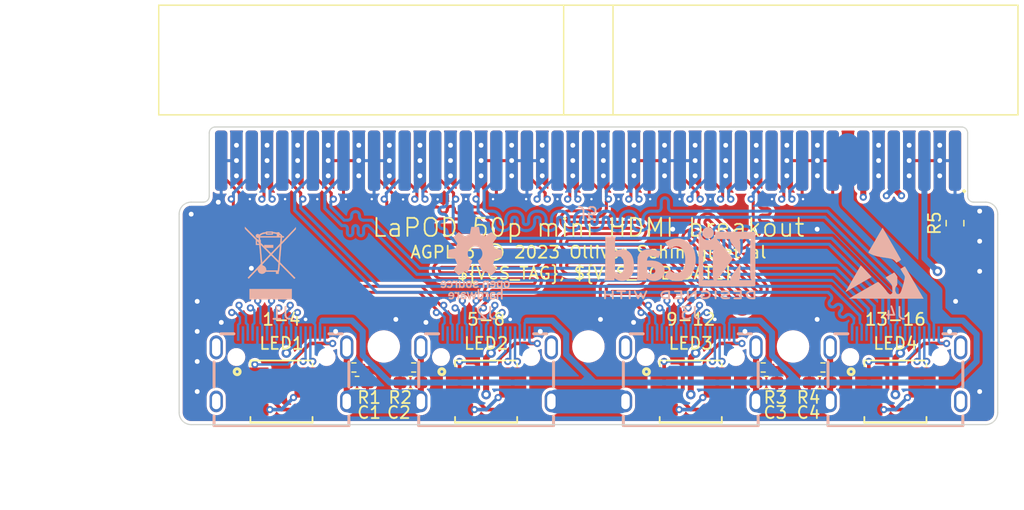
<source format=kicad_pcb>
(kicad_pcb (version 20221018) (generator pcbnew)
  (title_block (title "LaPOD 50p mini HDMI breakout") (company "Sergey Petrukhin, Peter Lampe, Nikki Smith & Olliver Schinagl") (comment 1 "AGPLv3 © 2023 Olliver Schinagl et al"))
  (layers (0 "F.Cu" signal) (1 "In1.Cu" signal) (2 "In2.Cu" signal) (31 "B.Cu" signal) (34 "B.Paste" user) (35 "F.Paste" user) (36 "B.SilkS" user "B.Silkscreen") (37 "F.SilkS" user "F.Silkscreen") (38 "B.Mask" user) (39 "F.Mask" user) (44 "Edge.Cuts" user))
  (net 0 "")
  (net 1 "GND")
  (net 2 "IN3+")
  (net 3 "IN3-")
  (net 4 "IN2+")
  (net 5 "IN2-")
  (net 6 "IN1+")
  (net 7 "IN1-")
  (net 8 "IN0+")
  (net 9 "IN0-")
  (net 10 "VREF0_7")
  (net 11 "-2V5")
  (net 12 "+2V5")
  (net 13 "+4V")
  (net 14 "IN7+")
  (net 15 "IN7-")
  (net 16 "IN6+")
  (net 17 "IN6-")
  (net 18 "IN5+")
  (net 19 "IN5-")
  (net 20 "IN4+")
  (net 21 "IN4-")
  (net 22 "IN8-")
  (net 23 "IN8+")
  (net 24 "IN9+")
  (net 25 "IN9-")
  (net 26 "IN10-")
  (net 27 "IN10+")
  (net 28 "IN11-")
  (net 29 "IN11+")
  (net 30 "IN12-")
  (net 31 "IN12+")
  (net 32 "IN13+")
  (net 33 "IN13-")
  (net 34 "IN14+")
  (net 35 "IN14-")
  (net 36 "IN15+")
  (net 37 "IN15-")
  (net 38 "nP_detect")
  (net 39 "VREF8_15")
  (net 40 "CD1+")
  (net 41 "CD1-")
  (net 42 "CD2+")
  (net 43 "CD2-")
  (net 44 "CD3-")
  (net 45 "CD3+")
  (net 46 "CD4+")
  (net 47 "CD4-")
  (net 48 "Earth")
  (footprint "Resistor_SMD:R_0402_1005Metric_Pad0.72x0.64mm_HandSolder" (layer "F.Cu") (at 85.5175 68 180)
    (fp_text reference "R1")
    (fp_text value "300 Ω" hide)
  )
  (footprint "Capacitor_SMD:C_0603_1608Metric_Pad1.08x0.95mm_HandSolder" (layer "F.Cu") (at 85.7825 69.25 180)
    (fp_text reference "C1")
    (fp_text value "100 nF" hide)
  )
  (footprint "Connector_IDC:IDC-Header_2x25_P2.54mm_Vertical_SMD" (layer "F.Cu") (at 105 46 90)
    (fp_text reference "J5")
    (fp_text value "Conn_02x25" hide)
  )
  (footprint "Resistor_SMD:R_0805_2012Metric_Pad1.20x1.40mm_HandSolder" (layer "F.Cu") (at 135.452 56 90)
    (fp_text reference "R5")
    (fp_text value "100 Ω" hide)
  )
  (footprint "MountingHole:MountingHole_2.2mm_M2_DIN965" (layer "F.Cu") (at 122 66.25)
    (fp_text reference "H3" hide)
    (fp_text value "MountingHole" hide)
  )
  (footprint "Resistor_SMD:R_0402_1005Metric_Pad0.72x0.64mm_HandSolder" (layer "F.Cu") (at 124.4825 68)
    (fp_text reference "R4")
    (fp_text value "300 Ω" hide)
  )
  (footprint "LCSC:LED-SMD_6P-L5.0-W5.0-TL_TC5050RGBF08" (layer "F.Cu") (at 113.5 70)
    (fp_text reference "LED3")
    (fp_text value "TC5050RGBF08-3CJH-AF53A" hide)
  )
  (footprint "Capacitor_SMD:C_0603_1608Metric_Pad1.08x0.95mm_HandSolder" (layer "F.Cu") (at 119.7825 69.25 180)
    (fp_text reference "C3")
    (fp_text value "100 nF" hide)
  )
  (footprint "Capacitor_SMD:C_0603_1608Metric_Pad1.08x0.95mm_HandSolder" (layer "F.Cu") (at 90.2175 69.25)
    (fp_text reference "C2")
    (fp_text value "100 nF" hide)
  )
  (footprint "MountingHole:MountingHole_2.2mm_M2_DIN965" (layer "F.Cu") (at 88 66.25)
    (fp_text reference "H1" hide)
    (fp_text value "MountingHole" hide)
  )
  (footprint "LCSC:LED-SMD_6P-L5.0-W5.0-TL_TC5050RGBF08" (layer "F.Cu") (at 130.5 70)
    (fp_text reference "LED4")
    (fp_text value "TC5050RGBF08-3CJH-AF53A" hide)
  )
  (footprint "Resistor_SMD:R_0402_1005Metric_Pad0.72x0.64mm_HandSolder" (layer "F.Cu") (at 90.4825 68)
    (fp_text reference "R2")
    (fp_text value "300 Ω" hide)
  )
  (footprint "MountingHole:MountingHole_2.2mm_M2_DIN965" (layer "F.Cu") (at 105 66.25)
    (fp_text reference "H2" hide)
    (fp_text value "MountingHole" hide)
  )
  (footprint "Capacitor_SMD:C_0603_1608Metric_Pad1.08x0.95mm_HandSolder" (layer "F.Cu") (at 124.2175 69.25)
    (fp_text reference "C4")
    (fp_text value "100 nF" hide)
  )
  (footprint "Resistor_SMD:R_0402_1005Metric_Pad0.72x0.64mm_HandSolder" (layer "F.Cu") (at 119.5175 68 180)
    (fp_text reference "R3")
    (fp_text value "300 Ω" hide)
  )
  (footprint "LCSC:LED-SMD_6P-L5.0-W5.0-TL_TC5050RGBF08" (layer "F.Cu") (at 96.5 70)
    (fp_text reference "LED2")
    (fp_text value "TC5050RGBF08-3CJH-AF53A" hide)
  )
  (footprint "LCSC:LED-SMD_6P-L5.0-W5.0-TL_TC5050RGBF08" (layer "F.Cu") (at 79.5 70)
    (fp_text reference "LED1")
    (fp_text value "TC5050RGBF08-3CJH-AF53A" hide)
  )
  (footprint "LCSC:HDMI-SMD_A71-05H4-111N1" (layer "B.Cu") (at 130.5 68 180)
    (fp_text reference "J4")
    (fp_text value "HDMI_A")
  )
  (footprint "LCSC:HDMI-SMD_A71-05H4-111N1" (layer "B.Cu") (at 96.5 68 180)
    (fp_text reference "J2")
    (fp_text value "HDMI_A")
  )
  (footprint "LCSC:HDMI-SMD_A71-05H4-111N1" (layer "B.Cu") (at 79.5 68 180)
    (fp_text reference "J1")
    (fp_text value "HDMI_A")
  )
  (footprint "Symbol:ESD-Logo_6.6x6mm_SilkScreen" (layer "B.Cu") (at 129.589955 59.319995 180)
    (fp_text reference "LG3" hide)
    (fp_text value "ESD-Logo_6.6x6mm_SilkScreen" hide)
  )
  (footprint "Symbol:KiCad-Logo2_5mm_SilkScreen" (layer "B.Cu") (at 112.589955 59.319995 180)
    (fp_text reference "LG2" hide)
    (fp_text value "KiCad-Logo2_5mm_SilkScreen" hide)
  )
  (footprint "Symbol:WEEE-Logo_4.2x6mm_SilkScreen" (layer "B.Cu") (at 78.589955 59.319995 180)
    (fp_text reference "LG4" hide)
    (fp_text value "WEEE-Logo_4.2x6mm_SilkScreen" hide)
  )
  (footprint "Symbol:OSHW-Logo_5.7x6mm_SilkScreen" (layer "B.Cu") (at 95.589955 59.319995 180)
    (fp_text reference "LG1" hide)
    (fp_text value "OSHW-Logo_5.7x6mm_SilkScreen" hide)
  )
  (footprint "LCSC:HDMI-SMD_A71-05H4-111N1" (layer "B.Cu") (at 113.5 68 180)
    (fp_text reference "J3")
    (fp_text value "HDMI_A")
  )
  (gr_line (start 138 72.75) (end 72 72.75) (stroke (width 0.1)) (layer "Edge.Cuts"))
  (gr_line (start 71 55.25) (end 71 71.75) (stroke (width 0.1)) (layer "Edge.Cuts"))
  (gr_arc (start 136 48) (mid 136.353553 48.146447) (end 136.5 48.5) (stroke (width 0.1)) (layer "Edge.Cuts"))
  (gr_line (start 74 48) (end 136 48) (stroke (width 0.1)) (layer "Edge.Cuts"))
  (gr_line (start 73.5 48.5) (end 73.5 53.75) (stroke (width 0.1)) (layer "Edge.Cuts"))
  (gr_arc (start 139 71.75) (mid 138.707107 72.457107) (end 138 72.75) (stroke (width 0.1)) (layer "Edge.Cuts"))
  (gr_arc (start 137 54.25) (mid 136.646447 54.103553) (end 136.5 53.75) (stroke (width 0.1)) (layer "Edge.Cuts"))
  (gr_arc (start 72 72.75) (mid 71.292893 72.457107) (end 71 71.75) (stroke (width 0.1)) (layer "Edge.Cuts"))
  (gr_arc (start 73.5 53.75) (mid 73.353553 54.103553) (end 73 54.25) (stroke (width 0.1)) (layer "Edge.Cuts"))
  (gr_arc (start 73.5 48.5) (mid 73.646447 48.146447) (end 74 48) (stroke (width 0.1)) (layer "Edge.Cuts"))
  (gr_line (start 136.5 48.5) (end 136.5 53.75) (stroke (width 0.1)) (layer "Edge.Cuts"))
  (gr_line (start 139 55.25) (end 139 71.75) (stroke (width 0.1)) (layer "Edge.Cuts"))
  (gr_line (start 72 54.25) (end 73 54.25) (stroke (width 0.1)) (layer "Edge.Cuts"))
  (gr_arc (start 71 55.25) (mid 71.292893 54.542893) (end 72 54.25) (stroke (width 0.1)) (layer "Edge.Cuts"))
  (gr_line (start 137 54.25) (end 138 54.25) (stroke (width 0.1)) (layer "Edge.Cuts"))
  (gr_arc (start 138 54.25) (mid 138.707107 54.542893) (end 139 55.25) (stroke (width 0.1)) (layer "Edge.Cuts"))
  (gr_text "${COMMENT1}" (at 105 59) (layer "F.SilkS") (effects (font (size 1 1)) (justify bottom)))
  (gr_text "${VCS_TAG}, ${VCS_PCB_DATE}" (at 105.5 60.75) (layer "F.SilkS") (effects (font (size 1 1)) (justify bottom)))
  (gr_text "${TITLE}" (at 105 57.25) (layer "F.SilkS") (effects (font (size 1.5 1.5)) (justify bottom)))
  (via (at 99.825 54) (size 0.5) (drill 0.2) (layers "F.Cu" "B.Cu") (net 1))
  (via (at 80.842 49.522) (size 0.8) (drill 0.4) (layers "F.Cu" "B.Cu") (net 1))
  (via (at 111.322 50.792) (size 0.8) (drill 0.4) (layers "F.Cu" "B.Cu") (net 1))
  (via (at 93.542 52.062) (size 0.8) (drill 0.4) (layers "F.Cu" "B.Cu") (net 1))
  (via (at 91.002 52.062) (size 0.8) (drill 0.4) (layers "F.Cu" "B.Cu") (net 1))
  (via (at 134.182 50.792) (size 0.8) (drill 0.4) (layers "F.Cu" "B.Cu") (net 1))
  (via (at 105.25 54) (size 0.5) (drill 0.2) (layers "F.Cu" "B.Cu") (net 1))
  (via (at 135 65) (size 0.8) (drill 0.4) (layers "F.Cu" "B.Cu") (net 1))
  (via (at 112 56.5) (size 0.8) (drill 0.4) (layers "F.Cu" "B.Cu") (net 1))
  (via (at 106.242 50.792) (size 0.8) (drill 0.4) (layers "F.Cu" "B.Cu") (net 1))
  (via (at 124.022 49.522) (size 0.8) (drill 0.4) (layers "F.Cu" "B.Cu") (net 1))
  (via (at 85.922 50.792) (size 0.8) (drill 0.4) (layers "F.Cu" "B.Cu") (net 1))
  (via (at 124.022 50.792) (size 0.8) (drill 0.4) (layers "F.Cu" "B.Cu") (net 1))
  (via (at 101.162 52.062) (size 0.8) (drill 0.4) (layers "F.Cu" "B.Cu") (net 1))
  (via (at 74.25 54.25) (size 0.8) (drill 0.4) (layers "F.Cu" "B.Cu") (net 1))
  (via (at 101.162 49.522) (size 0.8) (drill 0.4) (layers "F.Cu" "B.Cu") (net 1))
  (via (at 121.482 49.522) (size 0.8) (drill 0.4) (layers "F.Cu" "B.Cu") (net 1))
  (via (at 129.102 49.522) (size 0.8) (drill 0.4) (layers "F.Cu" "B.Cu") (net 1))
  (via (at 118.942 50.792) (size 0.8) (drill 0.4) (layers "F.Cu" "B.Cu") (net 1))
  (via (at 124.022 52.062) (size 0.8) (drill 0.4) (layers "F.Cu" "B.Cu") (net 1))
  (via (at 93.542 49.522) (size 0.8) (drill 0.4) (layers "F.Cu" "B.Cu") (net 1))
  (via (at 79.8 54) (size 0.5) (drill 0.2) (layers "F.Cu" "B.Cu") (net 1))
  (via (at 131.642 49.522) (size 0.8) (drill 0.4) (layers "F.Cu" "B.Cu") (net 1))
  (via (at 91.5 64.25) (size 0.8) (drill 0.4) (layers "F.Cu" "B.Cu") (net 1))
  (via (at 121.482 50.792) (size 0.8) (drill 0.4) (layers "F.Cu" "B.Cu") (net 1))
  (via (at 124 64) (size 0.8) (drill 0.4) (layers "F.Cu" "B.Cu") (net 1))
  (via (at 103.702 52.062) (size 0.8) (drill 0.4) (layers "F.Cu" "B.Cu") (net 1))
  (via (at 108.782 52.062) (size 0.8) (drill 0.4) (layers "F.Cu" "B.Cu") (net 1))
  (via (at 101.162 50.792) (size 0.8) (drill 0.4) (layers "F.Cu" "B.Cu") (net 1))
  (via (at 89 64) (size 0.8) (drill 0.4) (layers "F.Cu" "B.Cu") (net 1))
  (via (at 96.082 50.792) (size 0.8) (drill 0.4) (layers "F.Cu" "B.Cu") (net 1))
  (via (at 112.575 54) (size 0.5) (drill 0.2) (layers "F.Cu" "B.Cu") (net 1))
  (via (at 137.5 55) (size 0.8) (drill 0.4) (layers "F.Cu" "B.Cu") (net 1))
  (via (at 121.482 52.062) (size 0.8) (drill 0.4) (layers "F.Cu" "B.Cu") (net 1))
  (via (at 75.762 49.522) (size 0.8) (drill 0.4) (layers "F.Cu" "B.Cu") (net 1))
  (via (at 72.5 70) (size 0.8) (drill 0.4) (layers "F.Cu" "B.Cu") (net 1))
  (via (at 110.125 54) (size 0.5) (drill 0.2) (layers "F.Cu" "B.Cu") (net 1))
  (via (at 98.622 50.792) (size 0.8) (drill 0.4) (layers "F.Cu" "B.Cu") (net 1))
  (via (at 108.782 50.792) (size 0.8) (drill 0.4) (layers "F.Cu" "B.Cu") (net 1))
  (via (at 116.402 52.062) (size 0.8) (drill 0.4) (layers "F.Cu" "B.Cu") (net 1))
  (via (at 94.825 54) (size 0.5) (drill 0.2) (layers "F.Cu" "B.Cu") (net 1))
  (via (at 91.002 50.792) (size 0.8) (drill 0.4) (layers "F.Cu" "B.Cu") (net 1))
  (via (at 120.25 54) (size 0.5) (drill 0.2) (layers "F.Cu" "B.Cu") (net 1))
  (via (at 97.075 54) (size 0.5) (drill 0.2) (layers "F.Cu" "B.Cu") (net 1))
  (via (at 75.762 52.062) (size 0.8) (drill 0.4) (layers "F.Cu" "B.Cu") (net 1))
  (via (at 72 55.25) (size 0.8) (drill 0.4) (layers "F.Cu" "B.Cu") (net 1))
  (via (at 134.182 49.522) (size 0.8) (drill 0.4) (layers "F.Cu" "B.Cu") (net 1))
  (via (at 87 54) (size 0.5) (drill 0.2) (layers "F.Cu" "B.Cu") (net 1))
  (via (at 118 65) (size 0.8) (drill 0.4) (layers "F.Cu" "B.Cu") (net 1))
  (via (at 81.5 64) (size 0.6) (drill 0.3) (layers "F.Cu" "B.Cu") (net 1))
  (via (at 107.5 54) (size 0.5) (drill 0.2) (layers "F.Cu" "B.Cu") (net 1))
  (via (at 129.102 50.792) (size 0.8) (drill 0.4) (layers "F.Cu" "B.Cu") (net 1))
  (via (at 96.082 49.522) (size 0.8) (drill 0.4) (layers "F.Cu" "B.Cu") (net 1))
  (via (at 103.702 49.522) (size 0.8) (drill 0.4) (layers "F.Cu" "B.Cu") (net 1))
  (via (at 84 65) (size 0.8) (drill 0.4) (layers "F.Cu" "B.Cu") (net 1))
  (via (at 72.5 67.5) (size 0.8) (drill 0.4) (layers "F.Cu" "B.Cu") (net 1))
  (via (at 88.462 49.522) (size 0.8) (drill 0.4) (layers "F.Cu" "B.Cu") (net 1))
  (via (at 116.402 50.792) (size 0.8) (drill 0.4) (layers "F.Cu" "B.Cu") (net 1))
  (via (at 76.875 54) (size 0.5) (drill 0.2) (layers "F.Cu" "B.Cu") (net 1))
  (via (at 80.842 52.062) (size 0.8) (drill 0.4) (layers "F.Cu" "B.Cu") (net 1))
  (via (at 98.5 64) (size 0.6) (drill 0.3) (layers "F.Cu" "B.Cu") (net 1))
  (via (at 137.5 70) (size 0.8) (drill 0.4) (layers "F.Cu" "B.Cu") (net 1))
  (via (at 106 64) (size 0.8) (drill 0.4) (layers "F.Cu" "B.Cu") (net 1))
  (via (at 84.85 54) (size 0.5) (drill 0.2) (layers "F.Cu" "B.Cu") (net 1))
  (via (at 93.542 50.792) (size 0.8) (drill 0.4) (layers "F.Cu" "B.Cu") (net 1))
  (via (at 83.382 50.792) (size 0.8) (drill 0.4) (layers "F.Cu" "B.Cu") (net 1))
  (via (at 75.762 50.792) (size 0.8) (drill 0.4) (layers "F.Cu" "B.Cu") (net 1))
  (via (at 124 56.5) (size 0.8) (drill 0.4) (layers "F.Cu" "B.Cu") (net 1))
  (via (at 106.242 52.062) (size 0.8) (drill 0.4) (layers "F.Cu" "B.Cu") (net 1))
  (via (at 115.5 64) (size 0.6) (drill 0.3) (layers "F.Cu" "B.Cu") (net 1))
  (via (at 118.942 49.522) (size 0.8) (drill 0.4) (layers "F.Cu" "B.Cu") (net 1))
  (via (at 88.462 50.792) (size 0.8) (drill 0.4) (layers "F.Cu" "B.Cu") (net 1))
  (via (at 129.102 52.062) (size 0.8) (drill 0.4) (layers "F.Cu" "B.Cu") (net 1))
  (via (at 85.922 52.062) (size 0.8) (drill 0.4) (layers "F.Cu" "B.Cu") (net 1))
  (via (at 113.862 52.062) (size 0.8) (drill 0.4) (layers "F.Cu" "B.Cu") (net 1))
  (via (at 96.082 52.062) (size 0.8) (drill 0.4) (layers "F.Cu" "B.Cu") (net 1))
  (via (at 135.5 62.5) (size 0.8) (drill 0.4) (layers "F.Cu" "B.Cu") (net 1))
  (via (at 78.302 50.792) (size 0.8) (drill 0.4) (layers "F.Cu" "B.Cu") (net 1))
  (via (at 98.622 49.522) (size 0.8) (drill 0.4) (layers "F.Cu" "B.Cu") (net 1))
  (via (at 113.862 49.522) (size 0.8) (drill 0.4) (layers "F.Cu" "B.Cu") (net 1))
  (via (at 111.322 52.062) (size 0.8) (drill 0.4) (layers "F.Cu" "B.Cu") (net 1))
  (via (at 134.182 52.062) (size 0.8) (drill 0.4) (layers "F.Cu" "B.Cu") (net 1))
  (via (at 72.5 65) (size 0.8) (drill 0.4) (layers "F.Cu" "B.Cu") (net 1))
  (via (at 72.5 62.5) (size 0.8) (drill 0.4) (layers "F.Cu" "B.Cu") (net 1))
  (via (at 122.825 54) (size 0.5) (drill 0.2) (layers "F.Cu" "B.Cu") (net 1))
  (via (at 78.302 49.522) (size 0.8) (drill 0.4) (layers "F.Cu" "B.Cu") (net 1))
  (via (at 137.5 60) (size 0.8) (drill 0.4) (layers "F.Cu" "B.Cu") (net 1))
  (via (at 85.922 49.522) (size 0.8) (drill 0.4) (layers "F.Cu" "B.Cu") (net 1))
  (via (at 111.322 49.522) (size 0.8) (drill 0.4) (layers "F.Cu" "B.Cu") (net 1))
  (via (at 83.382 49.522) (size 0.8) (drill 0.4) (layers "F.Cu" "B.Cu") (net 1))
  (via (at 74.5 64.25) (size 0.8) (drill 0.4) (layers "F.Cu" "B.Cu") (net 1))
  (via (at 113.862 50.792) (size 0.8) (drill 0.4) (layers "F.Cu" "B.Cu") (net 1))
  (via (at 108.75 64.25) (size 0.8) (drill 0.4) (layers "F.Cu" "B.Cu") (net 1))
  (via (at 89.6 54.025) (size 0.5) (drill 0.2) (layers "F.Cu" "B.Cu") (net 1))
  (via (at 92.475 54.025) (size 0.5) (drill 0.2) (layers "F.Cu" "B.Cu") (net 1))
  (via (at 78.302 52.062) (size 0.8) (drill 0.4) (layers "F.Cu" "B.Cu") (net 1))
  (via (at 98.622 52.062) (size 0.8) (drill 0.4) (layers "F.Cu" "B.Cu") (net 1))
  (via (at 106.242 49.522) (size 0.8) (drill 0.4) (layers "F.Cu" "B.Cu") (net 1))
  (via (at 82.475 54) (size 0.5) (drill 0.2) (layers "F.Cu" "B.Cu") (net 1))
  (via (at 116.402 49.522) (size 0.8) (drill 0.4) (layers "F.Cu" "B.Cu") (net 1))
  (via (at 103.702 50.792) (size 0.8) (drill 0.4) (layers "F.Cu" "B.Cu") (net 1))
  (via (at 91.002 49.522) (size 0.8) (drill 0.4) (layers "F.Cu" "B.Cu") (net 1))
  (via (at 137.5 57.5) (size 0.8) (drill 0.4) (layers "F.Cu" "B.Cu") (net 1))
  (via (at 102.425 54) (size 0.5) (drill 0.2) (layers "F.Cu" "B.Cu") (net 1))
  (via (at 101 65) (size 0.8) (drill 0.4) (layers "F.Cu" "B.Cu") (net 1))
  (via (at 77 59.75) (size 0.8) (drill 0.4) (layers "F.Cu" "B.Cu") (net 1))
  (via (at 131.642 50.792) (size 0.8) (drill 0.4) (layers "F.Cu" "B.Cu") (net 1))
  (via (at 88.462 52.062) (size 0.8) (drill 0.4) (layers "F.Cu" "B.Cu") (net 1))
  (via (at 131.642 52.062) (size 0.8) (drill 0.4) (layers "F.Cu" "B.Cu") (net 1))
  (via (at 80.842 50.792) (size 0.8) (drill 0.4) (layers "F.Cu" "B.Cu") (net 1))
  (via (at 115.125 54) (size 0.5) (drill 0.2) (layers "F.Cu" "B.Cu") (net 1))
  (via (at 118.942 52.062) (size 0.8) (drill 0.4) (layers "F.Cu" "B.Cu") (net 1))
  (via (at 108.782 49.522) (size 0.8) (drill 0.4) (layers "F.Cu" "B.Cu") (net 1))
  (via (at 83.382 52.062) (size 0.8) (drill 0.4) (layers "F.Cu" "B.Cu") (net 1))
  (segment (start 82.3 64.455736) (end 82.3 65.18) (width 0.2) (layer "B.Cu") (net 1))
  (segment (start 130.9 65.18) (end 130.9 66) (width 0.2) (layer "B.Cu") (net 1))
  (segment (start 110.3 65.18) (end 110.3 66) (width 0.2) (layer "B.Cu") (net 1))
  (segment (start 98.844264 64) (end 99.3 64.455736) (width 0.2) (layer "B.Cu") (net 1))
  (segment (start 113.9 65.18) (end 113.9 66) (width 0.2) (layer "B.Cu") (net 1))
  (segment (start 99.3 64.455736) (end 99.3 65.18) (width 0.2) (layer "B.Cu") (net 1))
  (segment (start 133.3 64.445338) (end 133.3 65.18) (width 0.2) (layer "B.Cu") (net 1))
  (segment (start 94.5 65.18) (end 94.5 66) (width 0.2) (layer "B.Cu") (net 1))
  (segment (start 98.5 64) (end 98.844264 64) (width 0.2) (layer "B.Cu") (net 1))
  (segment (start 77.5 65.18) (end 77.5 66) (width 0.2) (layer "B.Cu") (net 1))
  (segment (start 115.844264 64) (end 116.3 64.455736) (width 0.2) (layer "B.Cu") (net 1))
  (segment (start 112.7 65.18) (end 112.7 66) (width 0.2) (layer "B.Cu") (net 1))
  (segment (start 93.3 65.18) (end 93.3 66) (width 0.2) (layer "B.Cu") (net 1))
  (segment (start 95.7 65.18) (end 95.7 66) (width 0.2) (layer "B.Cu") (net 1))
  (segment (start 81.844264 64) (end 82.3 64.455736) (width 0.2) (layer "B.Cu") (net 1))
  (segment (start 116.3 64.455736) (end 116.3 65.18) (width 0.2) (layer "B.Cu") (net 1))
  (segment (start 127.3 65.18) (end 127.3 66) (width 0.2) (layer "B.Cu") (net 1))
  (segment (start 78.7 65.18) (end 78.7 66) (width 0.2) (layer "B.Cu") (net 1))
  (segment (start 81.5 64) (end 81.844264 64) (width 0.2) (layer "B.Cu") (net 1))
  (segment (start 128.5 65.18) (end 128.5 66) (width 0.2) (layer "B.Cu") (net 1))
  (segment (start 111.5 65.18) (end 111.5 66) (width 0.2) (layer "B.Cu") (net 1))
  (segment (start 79.9 65.18) (end 79.9 66) (width 0.2) (layer "B.Cu") (net 1))
  (segment (start 132.854662 64) (end 133.3 64.445338) (width 0.2) (layer "B.Cu") (net 1))
  (segment (start 76.3 65.18) (end 76.3 66) (width 0.2) (layer "B.Cu") (net 1))
  (segment (start 96.9 65.18) (end 96.9 66) (width 0.2) (layer "B.Cu") (net 1))
  (segment (start 115.5 64) (end 115.844264 64) (width 0.2) (layer "B.Cu") (net 1))
  (segment (start 129.7 65.18) (end 129.7 66) (width 0.2) (layer "B.Cu") (net 1))
  (via (at 100.733 54) (size 0.6) (drill 0.3) (layers "F.Cu" "B.Cu") (net 2))
  (via (at 75.373231 63.42741) (size 0.6) (drill 0.3) (layers "F.Cu" "B.Cu") (net 2))
  (segment (start 102.432 51.976) (end 102.432 50.792) (width 0.25) (layer "B.Cu") (net 2))
  (segment (start 75.656074 63.42741) (end 75.373231 63.42741) (width 0.2) (layer "B.Cu") (net 2))
  (segment (start 75.9 64.455736) (end 76.05 64.305736) (width 0.2) (layer "B.Cu") (net 2))
  (segment (start 100.908 53.825) (end 100.908 53.5) (width 0.25) (layer "B.Cu") (net 2))
  (segment (start 76.05 64.305736) (end 76.05 63.821336) (width 0.2) (layer "B.Cu") (net 2))
  (segment (start 75.9 65.18) (end 75.9 64.455736) (width 0.2) (layer "B.Cu") (net 2))
  (segment (start 100.733 54) (end 100.908 53.825) (width 0.25) (layer "B.Cu") (net 2))
  (segment (start 76.05 63.821336) (end 75.656074 63.42741) (width 0.2) (layer "B.Cu") (net 2))
  (segment (start 100.908 53.5) (end 102.432 51.976) (width 0.25) (layer "B.Cu") (net 2))
  (segment (start 101.408 53.825) (end 101.583 54) (width 0.25) (layer "F.Cu") (net 3))
  (segment (start 101.408 53.4858) (end 101.408 53.825) (width 0.25) (layer "F.Cu") (net 3))
  (segment (start 99.892 51.9698) (end 99.892 50.792) (width 0.25) (layer "F.Cu") (net 3))
  (segment (start 101.408 53.4858) (end 99.892 51.9698) (width 0.25) (layer "F.Cu") (net 3))
  (via (at 101.583 54) (size 0.6) (drill 0.3) (layers "F.Cu" "B.Cu") (net 3))
  (via (at 75.974273 62.826368) (size 0.6) (drill 0.3) (layers "F.Cu" "B.Cu") (net 3))
  (segment (start 75.974273 63.109211) (end 75.974273 62.826368) (width 0.2) (layer "B.Cu") (net 3))
  (segment (start 76.7 65.18) (end 76.7 64.455736) (width 0.2) (layer "B.Cu") (net 3))
  (segment (start 76.7 64.455736) (end 76.55 64.305736) (width 0.2) (layer "B.Cu") (net 3))
  (segment (start 76.55 64.305736) (end 76.55 63.684938) (width 0.2) (layer "B.Cu") (net 3))
  (segment (start 76.55 63.684938) (end 75.974273 63.109211) (width 0.2) (layer "B.Cu") (net 3))
  (segment (start 103.448 53.825) (end 103.448 53.325) (width 0.25) (layer "F.Cu") (net 4))
  (segment (start 103.273 54) (end 103.448 53.825) (width 0.25) (layer "F.Cu") (net 4))
  (segment (start 102.432 52.309) (end 102.432 50.792) (width 0.25) (layer "F.Cu") (net 4))
  (segment (start 103.448 53.325) (end 102.432 52.309) (width 0.25) (layer "F.Cu") (net 4))
  (via (at 103.273 54) (size 0.6) (drill 0.3) (layers "F.Cu" "B.Cu") (net 4))
  (via (at 76.923838 63.050521) (size 0.6) (drill 0.3) (layers "F.Cu" "B.Cu") (net 4))
  (segment (start 77.25 64.305736) (end 77.25 63.25) (width 0.2) (layer "B.Cu") (net 4))
  (segment (start 77.1 65.18) (end 77.1 64.455736) (width 0.2) (layer "B.Cu") (net 4))
  (segment (start 77.1 64.455736) (end 77.25 64.305736) (width 0.2) (layer "B.Cu") (net 4))
  (segment (start 77.25 63.25) (end 77.050521 63.050521) (width 0.2) (layer "B.Cu") (net 4))
  (segment (start 77.050521 63.050521) (end 76.923838 63.050521) (width 0.2) (layer "B.Cu") (net 4))
  (via (at 77.52488 62.449479) (size 0.6) (drill 0.3) (layers "F.Cu" "B.Cu") (net 5))
  (via (at 104.123 54) (size 0.6) (drill 0.3) (layers "F.Cu" "B.Cu") (net 5))
  (segment (start 77.9 65.18) (end 77.9 64.455736) (width 0.2) (layer "B.Cu") (net 5))
  (segment (start 104.972 52.301) (end 104.972 50.792) (width 0.25) (layer "B.Cu") (net 5))
  (segment (start 104.123 54) (end 103.948 53.825) (width 0.25) (layer "B.Cu") (net 5))
  (segment (start 103.948 53.825) (end 103.948 53.325) (width 0.25) (layer "B.Cu") (net 5))
  (segment (start 77.9 64.455736) (end 77.75 64.305736) (width 0.2) (layer "B.Cu") (net 5))
  (segment (start 77.75 64.305736) (end 77.75 62.957442) (width 0.2) (layer "B.Cu") (net 5))
  (segment (start 77.52488 62.732322) (end 77.52488 62.449479) (width 0.2) (layer "B.Cu") (net 5))
  (segment (start 103.948 53.325) (end 104.972 52.301) (width 0.25) (layer "B.Cu") (net 5))
  (segment (start 77.75 62.957442) (end 77.52488 62.732322) (width 0.2) (layer "B.Cu") (net 5))
  (via (at 78.67512 62.449479) (size 0.6) (drill 0.3) (layers "F.Cu" "B.Cu") (net 6))
  (via (at 113.433 54) (size 0.6) (drill 0.3) (layers "F.Cu" "B.Cu") (net 6))
  (segment (start 78.3 65.18) (end 78.3 64.455736) (width 0.2) (layer "B.Cu") (net 6))
  (segment (start 113.433 54) (end 113.608 53.825) (width 0.25) (layer "B.Cu") (net 6))
  (segment (start 78.67512 62.732322) (end 78.67512 62.449479) (width 0.2) (layer "B.Cu") (net 6))
  (segment (start 78.3 64.455736) (end 78.45 64.305736) (width 0.2) (layer "B.Cu") (net 6))
  (segment (start 78.45 62.957442) (end 78.67512 62.732322) (width 0.2) (layer "B.Cu") (net 6))
  (segment (start 78.45 64.305736) (end 78.45 62.957442) (width 0.2) (layer "B.Cu") (net 6))
  (segment (start 115.132 51.976) (end 115.132 50.792) (width 0.25) (layer "B.Cu") (net 6))
  (segment (start 113.608 53.5) (end 115.132 51.976) (width 0.25) (layer "B.Cu") (net 6))
  (segment (start 113.608 53.825) (end 113.608 53.5) (width 0.25) (layer "B.Cu") (net 6))
  (segment (start 114.108 53.825) (end 114.283 54) (width 0.25) (layer "F.Cu") (net 7))
  (segment (start 114.108 53.4858) (end 114.108 53.825) (width 0.25) (layer "F.Cu") (net 7))
  (segment (start 114.108 53.4858) (end 112.592 51.9698) (width 0.25) (layer "F.Cu") (net 7))
  (segment (start 112.592 51.9698) (end 112.592 50.792) (width 0.25) (layer "F.Cu") (net 7))
  (via (at 79.276162 63.050521) (size 0.6) (drill 0.3) (layers "F.Cu" "B.Cu") (net 7))
  (via (at 114.283 54) (size 0.6) (drill 0.3) (layers "F.Cu" "B.Cu") (net 7))
  (segment (start 79.149479 63.050521) (end 79.276162 63.050521) (width 0.2) (layer "B.Cu") (net 7))
  (segment (start 79.1 65.18) (end 79.1 64.455736) (width 0.2) (layer "B.Cu") (net 7))
  (segment (start 78.95 63.25) (end 79.149479 63.050521) (width 0.2) (layer "B.Cu") (net 7))
  (segment (start 79.1 64.455736) (end 78.95 64.305736) (width 0.2) (layer "B.Cu") (net 7))
  (segment (start 78.95 64.305736) (end 78.95 63.25) (width 0.2) (layer "B.Cu") (net 7))
  (segment (start 116.148 53.325) (end 115.132 52.309) (width 0.25) (layer "F.Cu") (net 8))
  (segment (start 115.132 52.309) (end 115.132 50.792) (width 0.25) (layer "F.Cu") (net 8))
  (segment (start 115.973 54) (end 116.148 53.825) (width 0.25) (layer "F.Cu") (net 8))
  (segment (start 116.148 53.825) (end 116.148 53.325) (width 0.25) (layer "F.Cu") (net 8))
  (via (at 115.973 54) (size 0.6) (drill 0.3) (layers "F.Cu" "B.Cu") (net 8))
  (via (at 80.225727 62.826368) (size 0.6) (drill 0.3) (layers "F.Cu" "B.Cu") (net 8))
  (segment (start 79.5 64.455736) (end 79.65 64.305736) (width 0.2) (layer "B.Cu") (net 8))
  (segment (start 79.5 65.18) (end 79.5 64.455736) (width 0.2) (layer "B.Cu") (net 8))
  (segment (start 80.225727 63.109211) (end 80.225727 62.826368) (width 0.2) (layer "B.Cu") (net 8))
  (segment (start 79.65 64.305736) (end 79.65 63.684938) (width 0.2) (layer "B.Cu") (net 8))
  (segment (start 79.65 63.684938) (end 80.225727 63.109211) (width 0.2) (layer "B.Cu") (net 8))
  (via (at 116.823 54) (size 0.6) (drill 0.3) (layers "F.Cu" "B.Cu") (net 9))
  (via (at 80.826769 63.42741) (size 0.6) (drill 0.3) (layers "F.Cu" "B.Cu") (net 9))
  (segment (start 117.672 52.301) (end 117.672 50.792) (width 0.25) (layer "B.Cu") (net 9))
  (segment (start 80.543926 63.42741) (end 80.826769 63.42741) (width 0.2) (layer "B.Cu") (net 9))
  (segment (start 116.823 54) (end 116.648 53.825) (width 0.25) (layer "B.Cu") (net 9))
  (segment (start 116.648 53.825) (end 116.648 53.325) (width 0.25) (layer "B.Cu") (net 9))
  (segment (start 80.15 63.821336) (end 80.543926 63.42741) (width 0.2) (layer "B.Cu") (net 9))
  (segment (start 80.3 65.18) (end 80.3 64.455736) (width 0.2) (layer "B.Cu") (net 9))
  (segment (start 80.15 64.305736) (end 80.15 63.821336) (width 0.2) (layer "B.Cu") (net 9))
  (segment (start 80.3 64.455736) (end 80.15 64.305736) (width 0.2) (layer "B.Cu") (net 9))
  (segment (start 116.648 53.325) (end 117.672 52.301) (width 0.25) (layer "B.Cu") (net 9))
  (segment (start 96.5 70.25) (end 96.5 67.207896) (width 0.5) (layer "F.Cu") (net 10))
  (segment (start 96.5 67.207896) (end 96.909104 66.798792) (width 0.5) (layer "F.Cu") (net 10))
  (via (at 96.909104 66.798792) (size 0.8) (drill 0.4) (layers "F.Cu" "B.Cu") (net 10))
  (via (at 79.909104 66.798792) (size 0.8) (drill 0.4) (layers "F.Cu" "B.Cu") (net 10))
  (via (at 129.7548 53.719) (size 0.6) (drill 0.3) (layers "F.Cu" "B.Cu") (net 10))
  (via (at 96.5 70.25) (size 0.8) (drill 0.4) (layers "F.Cu" "B.Cu") (net 10))
  (segment (start 97.7 66.007896) (end 96.909104 66.798792) (width 0.2) (layer "B.Cu") (net 10))
  (segment (start 80.7 66.007896) (end 79.909104 66.798792) (width 0.2) (layer "B.Cu") (net 10))
  (segment (start 129.7548 53.719) (end 130.372 53.1018) (width 0.5) (layer "B.Cu") (net 10))
  (segment (start 97.7 65.18) (end 97.7 66.007896) (width 0.2) (layer "B.Cu") (net 10))
  (segment (start 80.7 65.18) (end 80.7 66.007896) (width 0.2) (layer "B.Cu") (net 10))
  (segment (start 130.372 53.1018) (end 130.372 50.792) (width 0.5) (layer "B.Cu") (net 10))
  (via (at 132.3 67.5) (size 0.6) (drill 0.3) (layers "F.Cu" "B.Cu") (net 11))
  (via (at 81.3 67.5) (size 0.6) (drill 0.3) (layers "F.Cu" "B.Cu") (net 11))
  (via (at 115.3 67.5) (size 0.6) (drill 0.3) (layers "F.Cu" "B.Cu") (net 11))
  (via (at 134 60) (size 0.8) (drill 0.4) (layers "F.Cu" "B.Cu") (net 11))
  (via (at 98.3 67.5) (size 0.6) (drill 0.3) (layers "F.Cu" "B.Cu") (net 11))
  (segment (start 132.912 58.912) (end 132.912 50.792) (width 0.5) (layer "B.Cu") (net 11))
  (segment (start 132.5 67.3) (end 132.5 65.18) (width 0.2) (layer "B.Cu") (net 11))
  (segment (start 98.3 67.5) (end 98.5 67.3) (width 0.2) (layer "B.Cu") (net 11))
  (segment (start 98.5 67.3) (end 98.5 65.18) (width 0.2) (layer "B.Cu") (net 11))
  (segment (start 115.5 67.3) (end 115.5 65.18) (width 0.2) (layer "B.Cu") (net 11))
  (segment (start 132.3 67.5) (end 132.5 67.3) (width 0.2) (layer "B.Cu") (net 11))
  (segment (start 115.3 67.5) (end 115.5 67.3) (width 0.2) (layer "B.Cu") (net 11))
  (segment (start 81.3 67.5) (end 81.5 67.3) (width 0.2) (layer "B.Cu") (net 11))
  (segment (start 134 60) (end 132.912 58.912) (width 0.5) (layer "B.Cu") (net 11))
  (segment (start 81.5 67.3) (end 81.5 65.18) (width 0.2) (layer "B.Cu") (net 11))
  (segment (start 127.832 53.832) (end 127.832 50.792) (width 0.5) (layer "F.Cu") (net 12))
  (via (at 99.1 67.5) (size 0.6) (drill 0.3) (layers "F.Cu" "B.Cu") (net 12))
  (via (at 82.1 67.5) (size 0.6) (drill 0.3) (layers "F.Cu" "B.Cu") (net 12))
  (via (at 133.1 67.5) (size 0.6) (drill 0.3) (layers "F.Cu" "B.Cu") (net 12))
  (via (at 116.1 67.5) (size 0.6) (drill 0.3) (layers "F.Cu" "B.Cu") (net 12))
  (via (at 127.832 53.832) (size 0.6) (drill 0.3) (layers "F.Cu" "B.Cu") (net 12))
  (segment (start 116.1 67.5) (end 115.9 67.3) (width 0.2) (layer "B.Cu") (net 12))
  (segment (start 132.9 67.3) (end 132.9 65.18) (width 0.2) (layer "B.Cu") (net 12))
  (segment (start 82.1 67.5) (end 81.9 67.3) (width 0.2) (layer "B.Cu") (net 12))
  (segment (start 81.9 67.3) (end 81.9 65.18) (width 0.2) (layer "B.Cu") (net 12))
  (segment (start 98.9 67.3) (end 98.9 65.18) (width 0.2) (layer "B.Cu") (net 12))
  (segment (start 115.9 67.3) (end 115.9 65.18) (width 0.2) (layer "B.Cu") (net 12))
  (segment (start 99.1 67.5) (end 98.9 67.3) (width 0.2) (layer "B.Cu") (net 12))
  (segment (start 133.1 67.5) (end 132.9 67.3) (width 0.2) (layer "B.Cu") (net 12))
  (segment (start 99.7 65.18) (end 99.7 64.3) (width 0.2) (layer "B.Cu") (net 13))
  (segment (start 122.75 69.25) (end 122.5 69.25) (width 0.5) (layer "B.Cu") (net 13))
  (segment (start 82.7 64.3) (end 82.9 64.1) (width 0.2) (layer "B.Cu") (net 13))
  (segment (start 102 64.1) (end 99.9 64.1) (width 0.5) (layer "B.Cu") (net 13))
  (segment (start 104.993629 68.75) (end 103.15 66.906371) (width 0.5) (layer "B.Cu") (net 13))
  (segment (start 85.35 64.1) (end 86.25 65) (width 0.5) (layer "B.Cu") (net 13))
  (segment (start 86.25 67) (end 88.5 69.25) (width 0.5) (layer "B.Cu") (net 13))
  (segment (start 133.9 61.65) (end 133.9 63) (width 1) (layer "B.Cu") (net 13))
  (segment (start 137.25 65.25) (end 136.1 64.1) (width 0.5) (layer "B.Cu") (net 13))
  (segment (start 126.5358 52.062) (end 126.5358 49.522) (width 2) (layer "B.Cu") (net 13))
  (segment (start 133.7 64.3) (end 133.9 64.1) (width 0.2) (layer "B.Cu") (net 13))
  (segment (start 136.1 64.1) (end 135 64.1) (width 0.5) (layer "B.Cu") (net 13))
  (segment (start 105 68.75) (end 104.5 69.25) (width 0.5) (layer "B.Cu") (net 13))
  (segment (start 126.5358 52.062) (end 126.5358 54.2858) (width 1) (layer "B.Cu") (net 13))
  (segment (start 134.5 64.1) (end 133.9 64.1) (width 0.5) (layer "B.Cu") (net 13))
  (segment (start 103.15 65.25) (end 102 64.1) (width 0.5) (layer "B.Cu") (net 13))
  (segment (start 121.5 69.25) (end 122 68.75) (width 0.5) (layer "B.Cu") (net 13))
  (segment (start 120.25 65.1) (end 119.25 64.1) (width 0.5) (layer "B.Cu") (net 13))
  (segment (start 119.25 64.1) (end 116.9 64.1) (width 0.5) (layer "B.Cu") (net 13))
  (segment (start 133.9 63) (end 133.9 63.85) (width 1) (layer "B.Cu") (net 13))
  (segment (start 82.9 64.1) (end 85.35 64.1) (width 0.5) (layer "B.Cu") (net 13))
  (segment (start 135.5 69.25) (end 137.25 67.5) (width 0.5) (layer "B.Cu") (net 13))
  (segment (start 116.7 64.3) (end 116.9 64.1) (width 0.2) (layer "B.Cu") (net 13))
  (segment (start 82.7 65.18) (end 82.7 64.3) (width 0.2) (layer "B.Cu") (net 13))
  (segment (start 86.25 65) (end 86.25 67) (width 0.5) (layer "B.Cu") (net 13))
  (segment (start 105 68.75) (end 104.993629 68.75) (width 0.5) (layer "B.Cu") (net 13))
  (segment (start 137.25 67.5) (end 137.25 65.25) (width 0.5) (layer "B.Cu") (net 13))
  (segment (start 120.25 67) (end 120.25 65.1) (width 0.5) (layer "B.Cu") (net 13))
  (segment (start 135 64.1) (end 134.5 64.1) (width 0.5) (layer "B.Cu") (net 13))
  (segment (start 122.5 69.25) (end 122 68.75) (width 0.5) (layer "B.Cu") (net 13))
  (segment (start 103.15 66.906371) (end 103.15 65.25) (width 0.5) (layer "B.Cu") (net 13))
  (segment (start 99.7 64.3) (end 99.9 64.1) (width 0.2) (layer "B.Cu") (net 13))
  (segment (start 133.7 65.18) (end 133.7 64.3) (width 0.2) (layer "B.Cu") (net 13))
  (segment (start 105.5 69.25) (end 105 68.75) (width 0.5) (layer "B.Cu") (net 13))
  (segment (start 122 68.75) (end 120.25 67) (width 0.5) (layer "B.Cu") (net 13))
  (segment (start 116.7 65.18) (end 116.7 64.3) (width 0.2) (layer "B.Cu") (net 13))
  (segment (start 88.5 69.25) (end 135.5 69.25) (width 0.5) (layer "B.Cu") (net 13))
  (segment (start 126.5358 54.2858) (end 133.9 61.65) (width 1) (layer "B.Cu") (net 13))
  (segment (start 135 64.1) (end 133.9 63) (width 0.5) (layer "B.Cu") (net 13))
  (segment (start 73.006326 55.775) (end 78.493674 55.775) (width 0.25) (layer "F.Cu") (net 14))
  (segment (start 75.333 53.992446) (end 75.5 54.159446) (width 0.25) (layer "F.Cu") (net 14))
  (segment (start 73.006348 59.125) (end 75.275 59.125) (width 0.25) (layer "F.Cu") (net 14))
  (segment (start 73.006326 57.225) (end 78.493674 57.225) (width 0.25) (layer "F.Cu") (net 14))
  (segment (start 76.396446 61.75) (end 90.943309 61.75) (width 0.25) (layer "F.Cu") (net 14))
  (segment (start 92.373231 63.179922) (end 92.373231 63.42741) (width 0.25) (layer "F.Cu") (net 14))
  (segment (start 75.5 54.159446) (end 75.5 54.6) (width 0.25) (layer "F.Cu") (net 14))
  (segment (start 75.5 59.35) (end 75.5 60.853554) (width 0.25) (layer "F.Cu") (net 14))
  (segment (start 90.943309 61.75) (end 92.373231 63.179922) (width 0.25) (layer "F.Cu") (net 14))
  (segment (start 73.006348 57.675) (end 78.493674 57.675) (width 0.25) (layer "F.Cu") (net 14))
  (segment (start 75.5 60.853554) (end 76.396446 61.75) (width 0.25) (layer "F.Cu") (net 14))
  (segment (start 76.225 55.325) (end 78.493674 55.325) (width 0.25) (layer "F.Cu") (net 14))
  (via (at 92.373231 63.42741) (size 0.6) (drill 0.3) (layers "F.Cu" "B.Cu") (net 14))
  (via (at 75.333 53.992446) (size 0.6) (drill 0.3) (layers "F.Cu" "B.Cu") (net 14))
  (arc (start 72.281348 58.4) (mid 72.493696 58.912652) (end 73.006348 59.125) (width 0.25) (layer "F.Cu") (net 14))
  (arc (start 73.006326 55.775) (mid 72.493674 55.987348) (end 72.281326 56.5) (width 0.25) (layer "F.Cu") (net 14))
  (arc (start 78.493674 55.325) (mid 78.652773 55.390901) (end 78.718674 55.55) (width 0.25) (layer "F.Cu") (net 14))
  (arc (start 78.493674 57.225) (mid 78.652773 57.290901) (end 78.718674 57.45) (width 0.25) (layer "F.Cu") (net 14))
  (arc (start 72.281326 56.5) (mid 72.493674 57.012652) (end 73.006326 57.225) (width 0.25) (layer "F.Cu") (net 14))
  (arc (start 75.5 54.6) (mid 75.712348 55.112652) (end 76.225 55.325) (width 0.25) (layer "F.Cu") (net 14))
  (arc (start 75.275 59.125) (mid 75.434099 59.190901) (end 75.5 59.35) (width 0.25) (layer "F.Cu") (net 14))
  (arc (start 78.718674 55.55) (mid 78.652773 55.709099) (end 78.493674 55.775) (width 0.25) (layer "F.Cu") (net 14))
  (arc (start 78.718674 57.45) (mid 78.652773 57.609099) (end 78.493674 57.675) (width 0.25) (layer "F.Cu") (net 14))
  (arc (start 73.006348 57.675) (mid 72.493696 57.887348) (end 72.281348 58.4) (width 0.25) (layer "F.Cu") (net 14))
  (segment (start 93.05 64.305736) (end 93.05 63.821336) (width 0.2) (layer "B.Cu") (net 14))
  (segment (start 75.333 53.992446) (end 75.508 53.817446) (width 0.25) (layer "B.Cu") (net 14))
  (segment (start 92.656074 63.42741) (end 92.373231 63.42741) (width 0.2) (layer "B.Cu") (net 14))
  (segment (start 92.9 65.18) (end 92.9 64.455736) (width 0.2) (layer "B.Cu") (net 14))
  (segment (start 92.9 64.455736) (end 93.05 64.305736) (width 0.2) (layer "B.Cu") (net 14))
  (segment (start 77.032 51.968446) (end 77.032 50.792) (width 0.25) (layer "B.Cu") (net 14))
  (segment (start 93.05 63.821336) (end 92.656074 63.42741) (width 0.2) (layer "B.Cu") (net 14))
  (segment (start 75.508 53.817446) (end 75.508 53.492446) (width 0.25) (layer "B.Cu") (net 14))
  (segment (start 75.508 53.492446) (end 77.032 51.968446) (width 0.25) (layer "B.Cu") (net 14))
  (segment (start 77.032 51.976) (end 77.032 50.792) (width 0.25) (layer "B.Cu") (net 14))
  (segment (start 92.726785 62.826368) (end 92.974273 62.826368) (width 0.25) (layer "F.Cu") (net 15))
  (segment (start 73.006326 56.275) (end 78.493674 56.275) (width 0.25) (layer "F.Cu") (net 15))
  (segment (start 79.4 61.25) (end 91.150417 61.25) (width 0.25) (layer "F.Cu") (net 15))
  (segment (start 77.9 60.863891) (end 77.9 60.95) (width 0.25) (layer "F.Cu") (net 15))
  (segment (start 76 53.484446) (end 76 54.6) (width 0.25) (layer "F.Cu") (net 15))
  (segment (start 74.492 50.792) (end 74.492 51.976446) (width 0.25) (layer "F.Cu") (net 15))
  (segment (start 73.006348 58.175) (end 78.493674 58.175) (width 0.25) (layer "F.Cu") (net 15))
  (segment (start 91.150417 61.25) (end 92.726785 62.826368) (width 0.25) (layer "F.Cu") (net 15))
  (segment (start 73.006326 56.725) (end 78.493674 56.725) (width 0.25) (layer "F.Cu") (net 15))
  (segment (start 74.492 51.976446) (end 76 53.484446) (width 0.25) (layer "F.Cu") (net 15))
  (segment (start 79.1 60.863891) (end 79.1 60.95) (width 0.25) (layer "F.Cu") (net 15))
  (segment (start 78.5 60.95) (end 78.5 60.863891) (width 0.25) (layer "F.Cu") (net 15))
  (segment (start 77.3 60.95) (end 77.3 60.863891) (width 0.25) (layer "F.Cu") (net 15))
  (segment (start 76 60.646446) (end 76.603554 61.25) (width 0.25) (layer "F.Cu") (net 15))
  (segment (start 76 59.35) (end 76 60.646446) (width 0.25) (layer "F.Cu") (net 15))
  (segment (start 76.603554 61.25) (end 77 61.25) (width 0.25) (layer "F.Cu") (net 15))
  (segment (start 76.225 54.825) (end 78.493674 54.825) (width 0.25) (layer "F.Cu") (net 15))
  (segment (start 73.006348 58.625) (end 75.275 58.625) (width 0.25) (layer "F.Cu") (net 15))
  (via (at 92.974273 62.826368) (size 0.6) (drill 0.3) (layers "F.Cu" "B.Cu") (net 15))
  (arc (start 72.781348 58.4) (mid 72.847249 58.559099) (end 73.006348 58.625) (width 0.25) (layer "F.Cu") (net 15))
  (arc (start 77 61.25) (mid 77.212132 61.162132) (end 77.3 60.95) (width 0.25) (layer "F.Cu") (net 15))
  (arc (start 78.493674 56.725) (mid 79.006326 56.937348) (end 79.218674 57.45) (width 0.25) (layer "F.Cu") (net 15))
  (arc (start 73.006348 58.175) (mid 72.847249 58.240901) (end 72.781348 58.4) (width 0.25) (layer "F.Cu") (net 15))
  (arc (start 77.3 60.863891) (mid 77.387868 60.651759) (end 77.6 60.563891) (width 0.25) (layer "F.Cu") (net 15))
  (arc (start 78.8 60.563891) (mid 79.012132 60.651759) (end 79.1 60.863891) (width 0.25) (layer "F.Cu") (net 15))
  (arc (start 79.218674 57.45) (mid 79.006326 57.962652) (end 78.493674 58.175) (width 0.25) (layer "F.Cu") (net 15))
  (arc (start 76 54.6) (mid 76.065901 54.759099) (end 76.225 54.825) (width 0.25) (layer "F.Cu") (net 15))
  (arc (start 79.1 60.95) (mid 79.187868 61.162132) (end 79.4 61.25) (width 0.25) (layer "F.Cu") (net 15))
  (arc (start 77.6 60.563891) (mid 77.812132 60.651759) (end 77.9 60.863891) (width 0.25) (layer "F.Cu") (net 15))
  (arc (start 78.493674 54.825) (mid 79.006326 55.037348) (end 79.218674 55.55) (width 0.25) (layer "F.Cu") (net 15))
  (arc (start 75.275 58.625) (mid 75.787652 58.837348) (end 76 59.35) (width 0.25) (layer "F.Cu") (net 15))
  (arc (start 78.5 60.863891) (mid 78.587868 60.651759) (end 78.8 60.563891) (width 0.25) (layer "F.Cu") (net 15))
  (arc (start 77.9 60.95) (mid 77.987868 61.162132) (end 78.2 61.25) (width 0.25) (layer "F.Cu") (net 15))
  (arc (start 73.006326 56.275) (mid 72.847227 56.340901) (end 72.781326 56.5) (width 0.25) (layer "F.Cu") (net 15))
  (arc (start 79.218674 55.55) (mid 79.006326 56.062652) (end 78.493674 56.275) (width 0.25) (layer "F.Cu") (net 15))
  (arc (start 72.781326 56.5) (mid 72.847227 56.659099) (end 73.006326 56.725) (width 0.25) (layer "F.Cu") (net 15))
  (arc (start 78.2 61.25) (mid 78.412132 61.162132) (end 78.5 60.95) (width 0.25) (layer "F.Cu") (net 15))
  (segment (start 93.7 65.18) (end 93.7 64.455736) (width 0.2) (layer "B.Cu") (net 15))
  (segment (start 92.974273 63.109211) (end 92.974273 62.826368) (width 0.2) (layer "B.Cu") (net 15))
  (segment (start 93.55 63.684938) (end 92.974273 63.109211) (width 0.2) (layer "B.Cu") (net 15))
  (segment (start 93.55 64.305736) (end 93.55 63.684938) (width 0.2) (layer "B.Cu") (net 15))
  (segment (start 93.7 64.455736) (end 93.55 64.305736) (width 0.2) (layer "B.Cu") (net 15))
  (segment (start 77.873 54) (end 78.048 53.825) (width 0.25) (layer "F.Cu") (net 16))
  (segment (start 77.032 52.309) (end 77.032 50.792) (width 0.25) (layer "F.Cu") (net 16))
  (segment (start 78.048 53.325) (end 77.032 52.309) (width 0.25) (layer "F.Cu") (net 16))
  (segment (start 78.048 53.825) (end 78.048 53.325) (width 0.25) (layer "F.Cu") (net 16))
  (via (at 93.923838 63.050521) (size 0.6) (drill 0.3) (layers "F.Cu" "B.Cu") (net 16))
  (via (at 77.873 54) (size 0.6) (drill 0.3) (layers "F.Cu" "B.Cu") (net 16))
  (segment (start 94.1 65.18) (end 94.1 64.455736) (width 0.2) (layer "B.Cu") (net 16))
  (segment (start 94.25 64.305736) (end 94.25 63.25) (width 0.2) (layer "B.Cu") (net 16))
  (segment (start 94.25 63.25) (end 94.050521 63.050521) (width 0.2) (layer "B.Cu") (net 16))
  (segment (start 94.1 64.455736) (end 94.25 64.305736) (width 0.2) (layer "B.Cu") (net 16))
  (segment (start 94.050521 63.050521) (end 93.923838 63.050521) (width 0.2) (layer "B.Cu") (net 16))
  (via (at 78.723 54) (size 0.6) (drill 0.3) (layers "F.Cu" "B.Cu") (net 17))
  (via (at 94.52488 62.449479) (size 0.6) (drill 0.3) (layers "F.Cu" "B.Cu") (net 17))
  (segment (start 78.548 53.325) (end 79.572 52.301) (width 0.25) (layer "B.Cu") (net 17))
  (segment (start 78.548 53.825) (end 78.548 53.325) (width 0.25) (layer "B.Cu") (net 17))
  (segment (start 94.75 64.305736) (end 94.75 62.957442) (width 0.2) (layer "B.Cu") (net 17))
  (segment (start 94.9 65.18) (end 94.9 64.455736) (width 0.2) (layer "B.Cu") (net 17))
  (segment (start 94.75 62.957442) (end 94.52488 62.732322) (width 0.2) (layer "B.Cu") (net 17))
  (segment (start 78.723 54) (end 78.548 53.825) (width 0.25) (layer "B.Cu") (net 17))
  (segment (start 79.572 52.301) (end 79.572 50.792) (width 0.25) (layer "B.Cu") (net 17))
  (segment (start 94.52488 62.732322) (end 94.52488 62.449479) (width 0.2) (layer "B.Cu") (net 17))
  (segment (start 94.9 64.455736) (end 94.75 64.305736) (width 0.2) (layer "B.Cu") (net 17))
  (segment (start 96.35 56.144202) (end 95.855798 55.65) (width 0.25) (layer "F.Cu") (net 18))
  (segment (start 92.838838 59.175) (end 100.361187 59.175) (width 0.25) (layer "F.Cu") (net 18))
  (segment (start 92.838838 60.625) (end 100.361162 60.625) (width 0.25) (layer "F.Cu") (net 18))
  (segment (start 92.838838 58.725) (end 100.361187 58.725) (width 0.25) (layer "F.Cu") (net 18))
  (segment (start 89.158474 55.65) (end 88.248 54.739526) (width 0.25) (layer "F.Cu") (net 18))
  (segment (start 88.248 54.739526) (end 88.248 54.215) (width 0.25) (layer "F.Cu") (net 18))
  (segment (start 92.838838 57.275) (end 96.125 57.275) (width 0.25) (layer "F.Cu") (net 18))
  (segment (start 95.922608 62.449479) (end 96.35 62.022087) (width 0.25) (layer "F.Cu") (net 18))
  (segment (start 95.67512 62.449479) (end 95.922608 62.449479) (width 0.25) (layer "F.Cu") (net 18))
  (segment (start 97.075 61.075) (end 100.361162 61.075) (width 0.25) (layer "F.Cu") (net 18))
  (segment (start 96.35 62.022087) (end 96.35 61.8) (width 0.25) (layer "F.Cu") (net 18))
  (segment (start 88.248 54.215) (end 88.033 54) (width 0.25) (layer "F.Cu") (net 18))
  (segment (start 95.855798 55.65) (end 89.158474 55.65) (width 0.25) (layer "F.Cu") (net 18))
  (segment (start 96.35 57.05) (end 96.35 56.144202) (width 0.25) (layer "F.Cu") (net 18))
  (via (at 88.033 54) (size 0.6) (drill 0.3) (layers "F.Cu" "B.Cu") (net 18))
  (via (at 95.67512 62.449479) (size 0.6) (drill 0.3) (layers "F.Cu" "B.Cu") (net 18))
  (arc (start 100.361162 61.075) (mid 100.520261 61.009099) (end 100.586162 60.85) (width 0.25) (layer "F.Cu") (net 18))
  (arc (start 92.113838 58) (mid 92.326186 57.487348) (end 92.838838 57.275) (width 0.25) (layer "F.Cu") (net 18))
  (arc (start 100.361187 59.175) (mid 100.520286 59.109099) (end 100.586187 58.95) (width 0.25) (layer "F.Cu") (net 18))
  (arc (start 100.586187 58.95) (mid 100.520286 58.790901) (end 100.361187 58.725) (width 0.25) (layer "F.Cu") (net 18))
  (arc (start 92.838838 58.725) (mid 92.326186 58.512652) (end 92.113838 58) (width 0.25) (layer "F.Cu") (net 18))
  (arc (start 100.586162 60.85) (mid 100.520261 60.690901) (end 100.361162 60.625) (width 0.25) (layer "F.Cu") (net 18))
  (arc (start 96.35 61.8) (mid 96.562348 61.287348) (end 97.075 61.075) (width 0.25) (layer "F.Cu") (net 18))
  (arc (start 92.838838 60.625) (mid 92.326186 60.412652) (end 92.113838 59.9) (width 0.25) (layer "F.Cu") (net 18))
  (arc (start 92.113838 59.9) (mid 92.326186 59.387348) (end 92.838838 59.175) (width 0.25) (layer "F.Cu") (net 18))
  (arc (start 96.125 57.275) (mid 96.284099 57.209099) (end 96.35 57.05) (width 0.25) (layer "F.Cu") (net 18))
  (segment (start 95.45 64.305736) (end 95.45 62.957442) (width 0.2) (layer "B.Cu") (net 18))
  (segment (start 88.033 54) (end 88.208 53.825) (width 0.25) (layer "B.Cu") (net 18))
  (segment (start 95.45 62.957442) (end 95.67512 62.732322) (width 0.2) (layer "B.Cu") (net 18))
  (segment (start 88.208 53.825) (end 88.208 53.5) (width 0.25) (layer "B.Cu") (net 18))
  (segment (start 88.208 53.5) (end 89.732 51.976) (width 0.25) (layer "B.Cu") (net 18))
  (segment (start 89.732 51.976) (end 89.732 50.792) (width 0.25) (layer "B.Cu") (net 18))
  (segment (start 95.67512 62.732322) (end 95.67512 62.449479) (width 0.2) (layer "B.Cu") (net 18))
  (segment (start 95.3 65.18) (end 95.3 64.455736) (width 0.2) (layer "B.Cu") (net 18))
  (segment (start 95.3 64.455736) (end 95.45 64.305736) (width 0.2) (layer "B.Cu") (net 18))
  (segment (start 92.298548 54.651451) (end 92.4 54.651451) (width 0.25) (layer "F.Cu") (net 19))
  (segment (start 94.2 55.15) (end 96.062906 55.15) (width 0.25) (layer "F.Cu") (net 19))
  (segment (start 96.062906 55.15) (end 96.85 55.937094) (width 0.25) (layer "F.Cu") (net 19))
  (segment (start 92.838838 59.675) (end 100.361187 59.675) (width 0.25) (layer "F.Cu") (net 19))
  (segment (start 92.838838 58.225) (end 100.361187 58.225) (width 0.25) (layer "F.Cu") (net 19))
  (segment (start 89.365582 55.15) (end 90.6 55.15) (width 0.25) (layer "F.Cu") (net 19))
  (segment (start 93.274275 54.875725) (end 93.274275 54.875724) (width 0.25) (layer "F.Cu") (net 19))
  (segment (start 88.748 54.532418) (end 89.365582 55.15) (width 0.25) (layer "F.Cu") (net 19))
  (segment (start 91.449274 54.900725) (end 91.449274 54.900726) (width 0.25) (layer "F.Cu") (net 19))
  (segment (start 90.849274 54.900726) (end 90.849274 54.900725) (width 0.25) (layer "F.Cu") (net 19))
  (segment (start 96.125 57.775) (end 92.838838 57.775) (width 0.25) (layer "F.Cu") (net 19))
  (segment (start 92.838838 60.125) (end 100.361162 60.125) (width 0.25) (layer "F.Cu") (net 19))
  (segment (start 96.85 62.229195) (end 96.276162 62.803033) (width 0.25) (layer "F.Cu") (net 19))
  (segment (start 93.54855 54.601449) (end 93.6 54.601449) (width 0.25) (layer "F.Cu") (net 19))
  (segment (start 91.698548 55.15) (end 91.8 55.15) (width 0.25) (layer "F.Cu") (net 19))
  (segment (start 91.098548 54.651451) (end 91.2 54.651451) (width 0.25) (layer "F.Cu") (net 19))
  (segment (start 96.276162 62.803033) (end 96.276162 63.050521) (width 0.25) (layer "F.Cu") (net 19))
  (segment (start 94.14855 55.15) (end 94.2 55.15) (width 0.25) (layer "F.Cu") (net 19))
  (segment (start 96.85 55.937094) (end 96.85 57.05) (width 0.25) (layer "F.Cu") (net 19))
  (segment (start 96.85 61.8) (end 96.85 62.229195) (width 0.25) (layer "F.Cu") (net 19))
  (segment (start 87.192 51.984) (end 88.748 53.54) (width 0.25) (layer "F.Cu") (net 19))
  (segment (start 88.748 53.54) (end 88.748 54.532418) (width 0.25) (layer "F.Cu") (net 19))
  (segment (start 93.874275 54.875724) (end 93.874275 54.875725) (width 0.25) (layer "F.Cu") (net 19))
  (segment (start 87.192 50.792) (end 87.192 51.984) (width 0.25) (layer "F.Cu") (net 19))
  (segment (start 100.361162 61.575) (end 97.075 61.575) (width 0.25) (layer "F.Cu") (net 19))
  (segment (start 92.649274 54.900725) (end 92.649274 54.900726) (width 0.25) (layer "F.Cu") (net 19))
  (segment (start 92.898548 55.15) (end 93 55.15) (width 0.25) (layer "F.Cu") (net 19))
  (segment (start 92.049274 54.900726) (end 92.049274 54.900725) (width 0.25) (layer "F.Cu") (net 19))
  (via (at 96.276162 63.050521) (size 0.6) (drill 0.3) (layers "F.Cu" "B.Cu") (net 19))
  (arc (start 90.849274 54.900725) (mid 90.922285 54.724462) (end 91.098548 54.651451) (width 0.25) (layer "F.Cu") (net 19))
  (arc (start 92.838838 57.775) (mid 92.679739 57.840901) (end 92.613838 58) (width 0.25) (layer "F.Cu") (net 19))
  (arc (start 100.361187 58.225) (mid 100.873839 58.437348) (end 101.086187 58.95) (width 0.25) (layer "F.Cu") (net 19))
  (arc (start 92.838838 59.675) (mid 92.679739 59.740901) (end 92.613838 59.9) (width 0.25) (layer "F.Cu") (net 19))
  (arc (start 91.2 54.651451) (mid 91.376263 54.724462) (end 91.449274 54.900725) (width 0.25) (layer "F.Cu") (net 19))
  (arc (start 92.649274 54.900726) (mid 92.722285 55.076989) (end 92.898548 55.15) (width 0.25) (layer "F.Cu") (net 19))
  (arc (start 100.361162 60.125) (mid 100.873814 60.337348) (end 101.086162 60.85) (width 0.25) (layer "F.Cu") (net 19))
  (arc (start 91.449274 54.900726) (mid 91.522285 55.076989) (end 91.698548 55.15) (width 0.25) (layer "F.Cu") (net 19))
  (arc (start 97.075 61.575) (mid 96.915901 61.640901) (end 96.85 61.8) (width 0.25) (layer "F.Cu") (net 19))
  (arc (start 93.274275 54.875724) (mid 93.354608 54.681782) (end 93.54855 54.601449) (width 0.25) (layer "F.Cu") (net 19))
  (arc (start 92.613838 59.9) (mid 92.679739 60.059099) (end 92.838838 60.125) (width 0.25) (layer "F.Cu") (net 19))
  (arc (start 93 55.15) (mid 93.193942 55.069667) (end 93.274275 54.875725) (width 0.25) (layer "F.Cu") (net 19))
  (arc (start 101.086187 58.95) (mid 100.873839 59.462652) (end 100.361187 59.675) (width 0.25) (layer "F.Cu") (net 19))
  (arc (start 93.874275 54.875725) (mid 93.954608 55.069667) (end 94.14855 55.15) (width 0.25) (layer "F.Cu") (net 19))
  (arc (start 90.6 55.15) (mid 90.776263 55.076989) (end 90.849274 54.900726) (width 0.25) (layer "F.Cu") (net 19))
  (arc (start 96.85 57.05) (mid 96.637652 57.562652) (end 96.125 57.775) (width 0.25) (layer "F.Cu") (net 19))
  (arc (start 92.049274 54.900725) (mid 92.122285 54.724462) (end 92.298548 54.651451) (width 0.25) (layer "F.Cu") (net 19))
  (arc (start 92.613838 58) (mid 92.679739 58.159099) (end 92.838838 58.225) (width 0.25) (layer "F.Cu") (net 19))
  (arc (start 91.8 55.15) (mid 91.976263 55.076989) (end 92.049274 54.900726) (width 0.25) (layer "F.Cu") (net 19))
  (arc (start 101.086162 60.85) (mid 100.873814 61.362652) (end 100.361162 61.575) (width 0.25) (layer "F.Cu") (net 19))
  (arc (start 93.6 54.601449) (mid 93.793942 54.681782) (end 93.874275 54.875724) (width 0.25) (layer "F.Cu") (net 19))
  (arc (start 92.4 54.651451) (mid 92.576263 54.724462) (end 92.649274 54.900725) (width 0.25) (layer "F.Cu") (net 19))
  (segment (start 96.149479 63.050521) (end 96.276162 63.050521) (width 0.2) (layer "B.Cu") (net 19))
  (segment (start 96.1 64.455736) (end 95.95 64.305736) (width 0.2) (layer "B.Cu") (net 19))
  (segment (start 95.95 63.25) (end 96.149479 63.050521) (width 0.2) (layer "B.Cu") (net 19))
  (segment (start 96.1 65.18) (end 96.1 64.455736) (width 0.2) (layer "B.Cu") (net 19))
  (segment (start 95.95 64.305736) (end 95.95 63.25) (width 0.2) (layer "B.Cu") (net 19))
  (segment (start 90.748 53.825) (end 90.748 53.325) (width 0.25) (layer "F.Cu") (net 20))
  (segment (start 90.748 53.325) (end 89.732 52.309) (width 0.25) (layer "F.Cu") (net 20))
  (segment (start 90.573 54) (end 90.748 53.825) (width 0.25) (layer "F.Cu") (net 20))
  (segment (start 89.732 52.309) (end 89.732 50.792) (width 0.25) (layer "F.Cu") (net 20))
  (via (at 90.573 54) (size 0.6) (drill 0.3) (layers "F.Cu" "B.Cu") (net 20))
  (via (at 97.225727 62.826368) (size 0.6) (drill 0.3) (layers "F.Cu" "B.Cu") (net 20))
  (segment (start 97.225727 63.109211) (end 97.225727 62.826368) (width 0.2) (layer "B.Cu") (net 20))
  (segment (start 96.65 63.684938) (end 97.225727 63.109211) (width 0.2) (layer "B.Cu") (net 20))
  (segment (start 96.5 64.455736) (end 96.65 64.305736) (width 0.2) (layer "B.Cu") (net 20))
  (segment (start 96.5 65.18) (end 96.5 64.455736) (width 0.2) (layer "B.Cu") (net 20))
  (segment (start 96.65 64.305736) (end 96.65 63.684938) (width 0.2) (layer "B.Cu") (net 20))
  (via (at 91.423 54) (size 0.6) (drill 0.3) (layers "F.Cu" "B.Cu") (net 21))
  (via (at 97.826769 63.42741) (size 0.6) (drill 0.3) (layers "F.Cu" "B.Cu") (net 21))
  (segment (start 97.15 64.305736) (end 97.15 63.821336) (width 0.2) (layer "B.Cu") (net 21))
  (segment (start 97.3 64.455736) (end 97.15 64.305736) (width 0.2) (layer "B.Cu") (net 21))
  (segment (start 97.15 63.821336) (end 97.543926 63.42741) (width 0.2) (layer "B.Cu") (net 21))
  (segment (start 91.423 54) (end 91.248 53.825) (width 0.25) (layer "B.Cu") (net 21))
  (segment (start 92.272 52.301) (end 92.272 50.792) (width 0.25) (layer "B.Cu") (net 21))
  (segment (start 97.543926 63.42741) (end 97.826769 63.42741) (width 0.2) (layer "B.Cu") (net 21))
  (segment (start 91.248 53.825) (end 91.248 53.325) (width 0.25) (layer "B.Cu") (net 21))
  (segment (start 91.248 53.325) (end 92.272 52.301) (width 0.25) (layer "B.Cu") (net 21))
  (segment (start 97.3 65.18) (end 97.3 64.455736) (width 0.2) (layer "B.Cu") (net 21))
  (via (at 114.826769 63.42741) (size 0.6) (drill 0.3) (layers "F.Cu" "B.Cu") (net 22))
  (via (at 121.903 54) (size 0.6) (drill 0.3) (layers "F.Cu" "B.Cu") (net 22))
  (segment (start 114.543926 63.42741) (end 114.826769 63.42741) (width 0.2) (layer "B.Cu") (net 22))
  (segment (start 114.15 64.305736) (end 114.15 63.821336) (width 0.2) (layer "B.Cu") (net 22))
  (segment (start 122.752 52.301) (end 122.752 50.792) (width 0.25) (layer "B.Cu") (net 22))
  (segment (start 121.728 53.825) (end 121.728 53.325) (width 0.25) (layer "B.Cu") (net 22))
  (segment (start 114.15 63.821336) (end 114.543926 63.42741) (width 0.2) (layer "B.Cu") (net 22))
  (segment (start 121.903 54) (end 121.728 53.825) (width 0.25) (layer "B.Cu") (net 22))
  (segment (start 121.728 53.325) (end 122.752 52.301) (width 0.25) (layer "B.Cu") (net 22))
  (segment (start 114.3 65.18) (end 114.3 64.455736) (width 0.2) (layer "B.Cu") (net 22))
  (segment (start 114.3 64.455736) (end 114.15 64.305736) (width 0.2) (layer "B.Cu") (net 22))
  (segment (start 121.228 53.325) (end 120.212 52.309) (width 0.25) (layer "F.Cu") (net 23))
  (segment (start 121.053 54) (end 121.228 53.825) (width 0.25) (layer "F.Cu") (net 23))
  (segment (start 120.212 52.309) (end 120.212 50.792) (width 0.25) (layer "F.Cu") (net 23))
  (segment (start 121.228 53.825) (end 121.228 53.325) (width 0.25) (layer "F.Cu") (net 23))
  (via (at 121.053 54) (size 0.6) (drill 0.3) (layers "F.Cu" "B.Cu") (net 23))
  (via (at 114.225727 62.826368) (size 0.6) (drill 0.3) (layers "F.Cu" "B.Cu") (net 23))
  (segment (start 114.225727 63.109211) (end 114.225727 62.826368) (width 0.2) (layer "B.Cu") (net 23))
  (segment (start 113.5 64.455736) (end 113.65 64.305736) (width 0.2) (layer "B.Cu") (net 23))
  (segment (start 113.65 63.684938) (end 114.225727 63.109211) (width 0.2) (layer "B.Cu") (net 23))
  (segment (start 113.65 64.305736) (end 113.65 63.684938) (width 0.2) (layer "B.Cu") (net 23))
  (segment (start 113.5 65.18) (end 113.5 64.455736) (width 0.2) (layer "B.Cu") (net 23))
  (segment (start 115.410373 55.417569) (end 117.52335 57.530548) (width 0.25) (layer "F.Cu") (net 24))
  (segment (start 113.811046 61.242846) (end 113.811045 61.242846) (width 0.25) (layer "F.Cu") (net 24))
  (segment (start 112.922608 62.449479) (end 113.811044 61.561043) (width 0.25) (layer "F.Cu") (net 24))
  (segment (start 114.066889 56.761083) (end 114.06689 56.761085) (width 0.25) (layer "F.Cu") (net 24))
  (segment (start 112.723389 58.104583) (end 112.72339 58.104585) (width 0.25) (layer "F.Cu") (net 24))
  (segment (start 119.282738 61.340539) (end 114.385071 56.442871) (width 0.25) (layer "F.Cu") (net 24))
  (segment (start 112.72339 58.104585) (end 117.62104 63.002238) (width 0.25) (layer "F.Cu") (net 24))
  (segment (start 119.282739 61.340539) (end 119.282738 61.340539) (width 0.25) (layer "F.Cu") (net 24))
  (segment (start 117.841549 57.530547) (end 117.841547 57.530546) (width 0.25) (layer "F.Cu") (net 24))
  (segment (start 113.811045 61.242846) (end 111.698086 59.129886) (width 0.25) (layer "F.Cu") (net 24))
  (segment (start 113.811044 61.561043) (end 113.811046 61.561044) (width 0.25) (layer "F.Cu") (net 24))
  (segment (start 112.67512 62.449479) (end 112.922608 62.449479) (width 0.25) (layer "F.Cu") (net 24))
  (segment (start 118.688 54.175) (end 118.513 54) (width 0.25) (layer "F.Cu") (net 24))
  (segment (start 118.688002 56.684087) (end 118.688002 54.912002) (width 0.25) (layer "F.Cu") (net 24))
  (segment (start 117.841547 57.530546) (end 118.688002 56.684087) (width 0.25) (layer "F.Cu") (net 24))
  (segment (start 118.688 54.912) (end 118.688 54.175) (width 0.25) (layer "F.Cu") (net 24))
  (segment (start 115.410374 55.417569) (end 115.410373 55.417569) (width 0.25) (layer "F.Cu") (net 24))
  (segment (start 114.06689 56.761085) (end 118.96454 61.658738) (width 0.25) (layer "F.Cu") (net 24))
  (segment (start 114.385069 55.417569) (end 114.385071 55.417568) (width 0.25) (layer "F.Cu") (net 24))
  (segment (start 118.688002 54.912002) (end 118.688 54.912) (width 0.25) (layer "F.Cu") (net 24))
  (segment (start 117.939238 62.684039) (end 113.041586 57.786386) (width 0.25) (layer "F.Cu") (net 24))
  (segment (start 117.939239 62.684039) (end 117.939238 62.684039) (width 0.25) (layer "F.Cu") (net 24))
  (via (at 112.67512 62.449479) (size 0.6) (drill 0.3) (layers "F.Cu" "B.Cu") (net 24))
  (via (at 118.513 54) (size 0.6) (drill 0.3) (layers "F.Cu" "B.Cu") (net 24))
  (arc (start 119.282738 61.658738) (mid 119.34864 61.499639) (end 119.282739 61.340539) (width 0.25) (layer "F.Cu") (net 24))
  (arc (start 113.041586 57.786386) (mid 112.829239 57.273735) (end 113.041586 56.761084) (width 0.25) (layer "F.Cu") (net 24))
  (arc (start 111.698086 58.104584) (mid 112.210738 57.892237) (end 112.723389 58.104583) (width 0.25) (layer "F.Cu") (net 24))
  (arc (start 114.385071 55.417568) (mid 114.897721 55.205221) (end 115.410374 55.417569) (width 0.25) (layer "F.Cu") (net 24))
  (arc (start 117.52335 57.530548) (mid 117.682449 57.596448) (end 117.841549 57.530547) (width 0.25) (layer "F.Cu") (net 24))
  (arc (start 111.698086 59.129886) (mid 111.485739 58.617235) (end 111.698086 58.104584) (width 0.25) (layer "F.Cu") (net 24))
  (arc (start 118.96454 61.658738) (mid 119.123639 61.724639) (end 119.282738 61.658738) (width 0.25) (layer "F.Cu") (net 24))
  (arc (start 117.62104 63.002238) (mid 117.780139 63.068139) (end 117.939238 63.002238) (width 0.25) (layer "F.Cu") (net 24))
  (arc (start 113.811046 61.561044) (mid 113.876947 61.401945) (end 113.811046 61.242846) (width 0.25) (layer "F.Cu") (net 24))
  (arc (start 114.385071 56.442871) (mid 114.172724 55.930219) (end 114.385069 55.417569) (width 0.25) (layer "F.Cu") (net 24))
  (arc (start 113.041586 56.761084) (mid 113.554238 56.548737) (end 114.066889 56.761083) (width 0.25) (layer "F.Cu") (net 24))
  (arc (start 117.939238 63.002238) (mid 118.00514 62.843139) (end 117.939239 62.684039) (width 0.25) (layer "F.Cu") (net 24))
  (segment (start 112.45 62.957442) (end 112.67512 62.732322) (width 0.2) (layer "B.Cu") (net 24))
  (segment (start 118.688 53.825) (end 118.688 53.5) (width 0.25) (layer "B.Cu") (net 24))
  (segment (start 112.3 64.455736) (end 112.45 64.305736) (width 0.2) (layer "B.Cu") (net 24))
  (segment (start 112.3 65.18) (end 112.3 64.455736) (width 0.2) (layer "B.Cu") (net 24))
  (segment (start 118.688 53.5) (end 120.212 51.976) (width 0.25) (layer "B.Cu") (net 24))
  (segment (start 112.67512 62.732322) (end 112.67512 62.449479) (width 0.2) (layer "B.Cu") (net 24))
  (segment (start 120.212 51.976) (end 120.212 50.792) (width 0.25) (layer "B.Cu") (net 24))
  (segment (start 112.45 64.305736) (end 112.45 62.957442) (width 0.2) (layer "B.Cu") (net 24))
  (segment (start 118.513 54) (end 118.688 53.825) (width 0.25) (layer "B.Cu") (net 24))
  (segment (start 117.8511 52.1489) (end 119.188 53.4858) (width 0.25) (layer "F.Cu") (net 25))
  (segment (start 113.395138 57.432834) (end 118.29279 62.330487) (width 0.25) (layer "F.Cu") (net 25))
  (segment (start 117.169797 57.884098) (end 115.056822 55.771121) (width 0.25) (layer "F.Cu") (net 25))
  (segment (start 113.276162 62.803033) (end 113.276162 63.050521) (width 0.25) (layer "F.Cu") (net 25))
  (segment (start 115.056822 55.771121) (end 115.056821 55.771119) (width 0.25) (layer "F.Cu") (net 25))
  (segment (start 119.188 56.7) (end 119.188 56.891195) (width 0.25) (layer "F.Cu") (net 25))
  (segment (start 114.164597 60.889294) (end 114.164597 60.889295) (width 0.25) (layer "F.Cu") (net 25))
  (segment (start 118.29279 62.330487) (end 118.292791 62.330487) (width 0.25) (layer "F.Cu") (net 25))
  (segment (start 117.672 50.792) (end 117.672 51.9698) (width 0.25) (layer "F.Cu") (net 25))
  (segment (start 114.164597 61.914597) (end 113.276162 62.803033) (width 0.25) (layer "F.Cu") (net 25))
  (segment (start 112.369838 58.458137) (end 112.369837 58.458135) (width 0.25) (layer "F.Cu") (net 25))
  (segment (start 119.188 56.891195) (end 118.195098 57.884097) (width 0.25) (layer "F.Cu") (net 25))
  (segment (start 119.850468 55.325) (end 119.463 55.325) (width 0.25) (layer "F.Cu") (net 25))
  (segment (start 119.463 54.775) (end 119.850468 54.775) (width 0.25) (layer "F.Cu") (net 25))
  (segment (start 118.610988 62.01229) (end 113.713338 57.114637) (width 0.25) (layer "F.Cu") (net 25))
  (segment (start 119.188 53.4858) (end 119.188 54.5) (width 0.25) (layer "F.Cu") (net 25))
  (segment (start 117.672 51.9698) (end 117.8511 52.1489) (width 0.2) (layer "F.Cu") (net 25))
  (segment (start 113.713338 57.114637) (end 113.713337 57.114635) (width 0.25) (layer "F.Cu") (net 25))
  (segment (start 119.63629 60.986987) (end 119.636291 60.986987) (width 0.25) (layer "F.Cu") (net 25))
  (segment (start 117.267488 63.35579) (end 112.369838 58.458137) (width 0.25) (layer "F.Cu") (net 25))
  (segment (start 112.051638 58.776334) (end 114.164597 60.889294) (width 0.25) (layer "F.Cu") (net 25))
  (segment (start 119.850491 56.425) (end 119.463 56.425) (width 0.25) (layer "F.Cu") (net 25))
  (segment (start 114.738622 56.089318) (end 119.63629 60.986987) (width 0.25) (layer "F.Cu") (net 25))
  (segment (start 119.463 55.875) (end 119.850491 55.875) (width 0.25) (layer "F.Cu") (net 25))
  (via (at 113.276162 63.050521) (size 0.6) (drill 0.3) (layers "F.Cu" "B.Cu") (net 25))
  (arc (start 118.1951 57.884097) (mid 117.68245 58.096446) (end 117.169797 57.884098) (width 0.25) (layer "F.Cu") (net 25))
  (arc (start 115.056821 55.771119) (mid 114.897722 55.705219) (end 114.738622 55.77112) (width 0.25) (layer "F.Cu") (net 25))
  (arc (start 119.63629 62.01229) (mid 119.123639 62.224637) (end 118.610988 62.01229) (width 0.25) (layer "F.Cu") (net 25))
  (arc (start 118.29279 63.35579) (mid 117.780139 63.568137) (end 117.267488 63.35579) (width 0.25) (layer "F.Cu") (net 25))
  (arc (start 118.292791 62.330487) (mid 118.505138 62.843139) (end 118.29279 63.35579) (width 0.25) (layer "F.Cu") (net 25))
  (arc (start 120.125468 55.05) (mid 120.044922 55.244454) (end 119.850468 55.325) (width 0.25) (layer "F.Cu") (net 25))
  (arc (start 113.395138 57.114636) (mid 113.329237 57.273735) (end 113.395138 57.432834) (width 0.25) (layer "F.Cu") (net 25))
  (arc (start 120.125491 56.15) (mid 120.044945 56.344454) (end 119.850491 56.425) (width 0.25) (layer "F.Cu") (net 25))
  (arc (start 119.188 54.5) (mid 119.268546 54.694454) (end 119.463 54.775) (width 0.25) (layer "F.Cu") (net 25))
  (arc (start 119.636291 60.986987) (mid 119.848638 61.499639) (end 119.63629 62.01229) (width 0.25) (layer "F.Cu") (net 25))
  (arc (start 119.850468 54.775) (mid 120.044922 54.855546) (end 120.125468 55.05) (width 0.25) (layer "F.Cu") (net 25))
  (arc (start 114.164597 60.889295) (mid 114.376944 61.401945) (end 114.164597 61.914597) (width 0.25) (layer "F.Cu") (net 25))
  (arc (start 114.738622 55.77112) (mid 114.672721 55.930219) (end 114.738622 56.089318) (width 0.25) (layer "F.Cu") (net 25))
  (arc (start 119.463 56.425) (mid 119.268546 56.505546) (end 119.188 56.7) (width 0.25) (layer "F.Cu") (net 25))
  (arc (start 119.463 55.325) (mid 119.268546 55.405546) (end 119.188 55.6) (width 0.25) (layer "F.Cu") (net 25))
  (arc (start 119.850491 55.875) (mid 120.044945 55.955546) (end 120.125491 56.15) (width 0.25) (layer "F.Cu") (net 25))
  (arc (start 119.188 55.6) (mid 119.268546 55.794454) (end 119.463 55.875) (width 0.25) (layer "F.Cu") (net 25))
  (arc (start 112.051638 58.458136) (mid 111.985737 58.617235) (end 112.051638 58.776334) (width 0.25) (layer "F.Cu") (net 25))
  (arc (start 112.369837 58.458135) (mid 112.210738 58.392235) (end 112.051638 58.458136) (width 0.25) (layer "F.Cu") (net 25))
  (arc (start 113.713337 57.114635) (mid 113.554238 57.048735) (end 113.395138 57.114636) (width 0.25) (layer "F.Cu") (net 25))
  (segment (start 113.149479 63.050521) (end 113.276162 63.050521) (width 0.2) (layer "B.Cu") (net 25))
  (segment (start 112.95 63.25) (end 113.149479 63.050521) (width 0.2) (layer "B.Cu") (net 25))
  (segment (start 113.1 64.455736) (end 112.95 64.305736) (width 0.2) (layer "B.Cu") (net 25))
  (segment (start 112.95 64.305736) (end 112.95 63.25) (width 0.2) (layer "B.Cu") (net 25))
  (segment (start 113.1 65.18) (end 113.1 64.455736) (width 0.2) (layer "B.Cu") (net 25))
  (via (at 111.52488 62.449479) (size 0.6) (drill 0.3) (layers "F.Cu" "B.Cu") (net 26))
  (via (at 109.203 54) (size 0.6) (drill 0.3) (layers "F.Cu" "B.Cu") (net 26))
  (segment (start 109.028 53.825) (end 109.028 53.325) (width 0.25) (layer "B.Cu") (net 26))
  (segment (start 111.9 65.18) (end 111.9 64.455736) (width 0.2) (layer "B.Cu") (net 26))
  (segment (start 111.75 64.305736) (end 111.75 62.957442) (width 0.2) (layer "B.Cu") (net 26))
  (segment (start 109.028 53.325) (end 110.052 52.301) (width 0.25) (layer "B.Cu") (net 26))
  (segment (start 111.52488 62.732322) (end 111.52488 62.449479) (width 0.2) (layer "B.Cu") (net 26))
  (segment (start 109.203 54) (end 109.028 53.825) (width 0.25) (layer "B.Cu") (net 26))
  (segment (start 110.052 52.301) (end 110.052 50.792) (width 0.25) (layer "B.Cu") (net 26))
  (segment (start 111.75 62.957442) (end 111.52488 62.732322) (width 0.2) (layer "B.Cu") (net 26))
  (segment (start 111.9 64.455736) (end 111.75 64.305736) (width 0.2) (layer "B.Cu") (net 26))
  (segment (start 108.353 54) (end 108.528 53.825) (width 0.25) (layer "F.Cu") (net 27))
  (segment (start 108.528 53.825) (end 108.528 53.325) (width 0.25) (layer "F.Cu") (net 27))
  (segment (start 108.528 53.325) (end 107.512 52.309) (width 0.25) (layer "F.Cu") (net 27))
  (segment (start 107.512 52.309) (end 107.512 50.792) (width 0.25) (layer "F.Cu") (net 27))
  (via (at 110.923838 63.050521) (size 0.6) (drill 0.3) (layers "F.Cu" "B.Cu") (net 27))
  (via (at 108.353 54) (size 0.6) (drill 0.3) (layers "F.Cu" "B.Cu") (net 27))
  (segment (start 111.25 63.25) (end 111.050521 63.050521) (width 0.2) (layer "B.Cu") (net 27))
  (segment (start 111.1 64.455736) (end 111.25 64.305736) (width 0.2) (layer "B.Cu") (net 27))
  (segment (start 111.050521 63.050521) (end 110.923838 63.050521) (width 0.2) (layer "B.Cu") (net 27))
  (segment (start 111.1 65.18) (end 111.1 64.455736) (width 0.2) (layer "B.Cu") (net 27))
  (segment (start 111.25 64.305736) (end 111.25 63.25) (width 0.2) (layer "B.Cu") (net 27))
  (segment (start 103.418424 59.275) (end 109.057576 59.275) (width 0.25) (layer "F.Cu") (net 28))
  (segment (start 103.418441 57.375) (end 109.057576 57.375) (width 0.25) (layer "F.Cu") (net 28))
  (segment (start 103.418441 57.825) (end 109.057576 57.825) (width 0.25) (layer "F.Cu") (net 28))
  (segment (start 109.25 62.35) (end 109.726368 62.826368) (width 0.25) (layer "F.Cu") (net 28))
  (segment (start 106.903554 62.35) (end 109.25 62.35) (width 0.25) (layer "F.Cu") (net 28))
  (segment (start 103.418424 59.725) (end 109.057559 59.725) (width 0.25) (layer "F.Cu") (net 28))
  (segment (start 105.763 55.475) (end 103.418441 55.475) (width 0.25) (layer "F.Cu") (net 28))
  (segment (start 106.663 54) (end 106.488 54.175) (width 0.25) (layer "F.Cu") (net 28))
  (segment (start 106.488 61.4) (end 106.488 61.934446) (width 0.25) (layer "F.Cu") (net 28))
  (segment (start 106.488 54.175) (end 106.488 54.75) (width 0.25) (layer "F.Cu") (net 28))
  (segment (start 109.726368 62.826368) (end 109.974273 62.826368) (width 0.25) (layer "F.Cu") (net 28))
  (segment (start 106.488 61.934446) (end 106.903554 62.35) (width 0.25) (layer "F.Cu") (net 28))
  (segment (start 103.418441 55.925) (end 109.057576 55.925) (width 0.25) (layer "F.Cu") (net 28))
  (segment (start 109.057559 61.175) (end 106.713 61.175) (width 0.25) (layer "F.Cu") (net 28))
  (via (at 106.663 54) (size 0.6) (drill 0.3) (layers "F.Cu" "B.Cu") (net 28))
  (via (at 109.974273 62.826368) (size 0.6) (drill 0.3) (layers "F.Cu" "B.Cu") (net 28))
  (arc (start 109.782576 58.55) (mid 109.570228 59.062652) (end 109.057576 59.275) (width 0.25) (layer "F.Cu") (net 28))
  (arc (start 103.418424 59.275) (mid 103.259325 59.340901) (end 103.193424 59.5) (width 0.25) (layer "F.Cu") (net 28))
  (arc (start 103.193441 57.6) (mid 103.259342 57.759099) (end 103.418441 57.825) (width 0.25) (layer "F.Cu") (net 28))
  (arc (start 103.193424 59.5) (mid 103.259325 59.659099) (end 103.418424 59.725) (width 0.25) (layer "F.Cu") (net 28))
  (arc (start 109.057576 55.925) (mid 109.570228 56.137348) (end 109.782576 56.65) (width 0.25) (layer "F.Cu") (net 28))
  (arc (start 109.782559 60.45) (mid 109.570211 60.962652) (end 109.057559 61.175) (width 0.25) (layer "F.Cu") (net 28))
  (arc (start 103.418441 55.475) (mid 103.259342 55.540901) (end 103.193441 55.7) (width 0.25) (layer "F.Cu") (net 28))
  (arc (start 109.057559 59.725) (mid 109.570211 59.937348) (end 109.782559 60.45) (width 0.25) (layer "F.Cu") (net 28))
  (arc (start 109.782576 56.65) (mid 109.570228 57.162652) (end 109.057576 57.375) (width 0.25) (layer "F.Cu") (net 28))
  (arc (start 103.418441 57.375) (mid 103.259342 57.440901) (end 103.193441 57.6) (width 0.25) (layer "F.Cu") (net 28))
  (arc (start 106.713 61.175) (mid 106.553901 61.240901) (end 106.488 61.4) (width 0.25) (layer "F.Cu") (net 28))
  (arc (start 106.488 54.75) (mid 106.275652 55.262652) (end 105.763 55.475) (width 0.25) (layer "F.Cu") (net 28))
  (arc (start 109.057576 57.825) (mid 109.570228 58.037348) (end 109.782576 58.55) (width 0.25) (layer "F.Cu") (net 28))
  (arc (start 103.193441 55.7) (mid 103.259342 55.859099) (end 103.418441 55.925) (width 0.25) (layer "F.Cu") (net 28))
  (segment (start 110.55 64.305736) (end 110.55 63.684938) (width 0.2) (layer "B.Cu") (net 28))
  (segment (start 110.7 65.18) (end 110.7 64.455736) (width 0.2) (layer "B.Cu") (net 28))
  (segment (start 110.7 64.455736) (end 110.55 64.305736) (width 0.2) (layer "B.Cu") (net 28))
  (segment (start 110.55 63.684938) (end 109.974273 63.109211) (width 0.2) (layer "B.Cu") (net 28))
  (segment (start 107.512 52.301) (end 107.512 50.792) (width 0.25) (layer "B.Cu") (net 28))
  (segment (start 106.488 53.825) (end 106.488 53.325) (width 0.25) (layer "B.Cu") (net 28))
  (segment (start 106.663 54) (end 106.488 53.825) (width 0.25) (layer "B.Cu") (net 28))
  (segment (start 109.974273 63.109211) (end 109.974273 62.826368) (width 0.2) (layer "B.Cu") (net 28))
  (segment (start 106.488 53.325) (end 107.512 52.301) (width 0.25) (layer "B.Cu") (net 28))
  (segment (start 109.057559 60.675) (end 106.713 60.675) (width 0.25) (layer "F.Cu") (net 29))
  (segment (start 105.988 53.325) (end 105.988 54.75) (width 0.25) (layer "F.Cu") (net 29))
  (segment (start 104.972 50.792) (end 104.972 52.309) (width 0.25) (layer "F.Cu") (net 29))
  (segment (start 103.418441 56.425) (end 109.057576 56.425) (width 0.25) (layer "F.Cu") (net 29))
  (segment (start 108.45 62.85) (end 109.043309 62.85) (width 0.25) (layer "F.Cu") (net 29))
  (segment (start 106.696446 62.85) (end 107.25 62.85) (width 0.25) (layer "F.Cu") (net 29))
  (segment (start 109.043309 62.85) (end 109.373231 63.179922) (width 0.25) (layer "F.Cu") (net 29))
  (segment (start 103.418441 56.875) (end 109.057576 56.875) (width 0.25) (layer "F.Cu") (net 29))
  (segment (start 107.55 63.15) (end 107.55 63.643942) (width 0.25) (layer "F.Cu") (net 29))
  (segment (start 109.373231 63.179922) (end 109.373231 63.42741) (width 0.25) (layer "F.Cu") (net 29))
  (segment (start 103.418424 60.225) (end 109.057559 60.225) (width 0.25) (layer "F.Cu") (net 29))
  (segment (start 108.15 63.643942) (end 108.15 63.15) (width 0.25) (layer "F.Cu") (net 29))
  (segment (start 105.763 54.975) (end 103.418441 54.975) (width 0.25) (layer "F.Cu") (net 29))
  (segment (start 105.988 62.141554) (end 106.696446 62.85) (width 0.25) (layer "F.Cu") (net 29))
  (segment (start 103.418441 58.325) (end 109.057576 58.325) (width 0.25) (layer "F.Cu") (net 29))
  (segment (start 105.988 61.4) (end 105.988 62.141554) (width 0.25) (layer "F.Cu") (net 29))
  (segment (start 104.972 52.309) (end 105.988 53.325) (width 0.25) (layer "F.Cu") (net 29))
  (segment (start 103.418424 58.775) (end 109.057576 58.775) (width 0.25) (layer "F.Cu") (net 29))
  (via (at 109.373231 63.42741) (size 0.6) (drill 0.3) (layers "F.Cu" "B.Cu") (net 29))
  (arc (start 103.418441 56.875) (mid 102.905789 57.087348) (end 102.693441 57.6) (width 0.25) (layer "F.Cu") (net 29))
  (arc (start 103.418424 58.775) (mid 102.905772 58.987348) (end 102.693424 59.5) (width 0.25) (layer "F.Cu") (net 29))
  (arc (start 102.693441 55.7) (mid 102.905789 56.212652) (end 103.418441 56.425) (width 0.25) (layer "F.Cu") (net 29))
  (arc (start 105.988 54.75) (mid 105.922099 54.909099) (end 105.763 54.975) (width 0.25) (layer "F.Cu") (net 29))
  (arc (start 102.693424 59.5) (mid 102.905772 60.012652) (end 103.418424 60.225) (width 0.25) (layer "F.Cu") (net 29))
  (arc (start 107.85 63.943942) (mid 108.062132 63.856074) (end 108.15 63.643942) (width 0.25) (layer "F.Cu") (net 29))
  (arc (start 109.282576 56.65) (mid 109.216675 56.809099) (end 109.057576 56.875) (width 0.25) (layer "F.Cu") (net 29))
  (arc (start 109.057576 58.325) (mid 109.216675 58.390901) (end 109.282576 58.55) (width 0.25) (layer "F.Cu") (net 29))
  (arc (start 109.057559 60.225) (mid 109.216658 60.290901) (end 109.282559 60.45) (width 0.25) (layer "F.Cu") (net 29))
  (arc (start 108.15 63.15) (mid 108.237868 62.937868) (end 108.45 62.85) (width 0.25) (layer "F.Cu") (net 29))
  (arc (start 107.25 62.85) (mid 107.462132 62.937868) (end 107.55 63.15) (width 0.25) (layer "F.Cu") (net 29))
  (arc (start 103.418441 54.975) (mid 102.905789 55.187348) (end 102.693441 55.7) (width 0.25) (layer "F.Cu") (net 29))
  (arc (start 106.713 60.675) (mid 106.200348 60.887348) (end 105.988 61.4) (width 0.25) (layer "F.Cu") (net 29))
  (arc (start 109.282559 60.45) (mid 109.216658 60.609099) (end 109.057559 60.675) (width 0.25) (layer "F.Cu") (net 29))
  (arc (start 102.693441 57.6) (mid 102.905789 58.112652) (end 103.418441 58.325) (width 0.25) (layer "F.Cu") (net 29))
  (arc (start 109.057576 56.425) (mid 109.216675 56.490901) (end 109.282576 56.65) (width 0.25) (layer "F.Cu") (net 29))
  (arc (start 107.55 63.643942) (mid 107.637868 63.856074) (end 107.85 63.943942) (width 0.25) (layer "F.Cu") (net 29))
  (arc (start 109.282576 58.55) (mid 109.216675 58.709099) (end 109.057576 58.775) (width 0.25) (layer "F.Cu") (net 29))
  (segment (start 109.9 65.18) (end 109.9 64.455736) (width 0.2) (layer "B.Cu") (net 29))
  (segment (start 110.05 64.305736) (end 110.05 63.821336) (width 0.2) (layer "B.Cu") (net 29))
  (segment (start 109.9 64.455736) (end 110.05 64.305736) (width 0.2) (layer "B.Cu") (net 29))
  (segment (start 109.656074 63.42741) (end 109.373231 63.42741) (width 0.2) (layer "B.Cu") (net 29))
  (segment (start 110.05 63.821336) (end 109.656074 63.42741) (width 0.2) (layer "B.Cu") (net 29))
  (segment (start 110.3 55) (end 110.75 55) (width 0.25) (layer "B.Cu") (net 30))
  (segment (start 103.382925 55.682925) (end 103.382925 55.932926) (width 0.25) (layer "B.Cu") (net 30))
  (segment (start 100.71585 55) (end 100.8 55) (width 0.25) (layer "B.Cu") (net 30))
  (segment (start 97.86585 56.115851) (end 97.95 56.115851) (width 0.25) (layer "B.Cu") (net 30))
  (segment (start 97.352 50.792) (end 97.352 52.301446) (width 0.25) (layer "B.Cu") (net 30))
  (segment (start 101.482925 55.682925) (end 101.482925 55.932926) (width 0.25) (layer "B.Cu") (net 30))
  (segment (start 98.132925 55.932926) (end 98.132925 55.682925) (width 0.25) (layer "B.Cu") (net 30))
  (segment (start 111.05 54.7) (end 111.05 54.195704) (width 0.25) (layer "B.Cu") (net 30))
  (segment (start 124.853554 55) (end 131.15 61.296446) (width 0.25) (layer "B.Cu") (net 30))
  (segment (start 96.336 53.317446) (end 96.336 54.800708) (width 0.25) (layer "B.Cu") (net 30))
  (segment (start 131.3 64.455736) (end 131.15 64.305736) (width 0.2) (layer "B.Cu") (net 30))
  (segment (start 105.46585 56.115851) (end 105.55 56.115851) (width 0.25) (layer "B.Cu") (net 30))
  (segment (start 105.732925 55.932926) (end 105.732925 55.682925) (width 0.25) (layer "B.Cu") (net 30))
  (segment (start 98.81585 55) (end 98.9 55) (width 0.25) (layer "B.Cu") (net 30))
  (segment (start 111.95 55) (end 124.853554 55) (width 0.25) (layer "B.Cu") (net 30))
  (segment (start 110.215904 55) (end 110.3 55) (width 0.25) (layer "B.Cu") (net 30))
  (segment (start 103.56585 56.115851) (end 103.65 56.115851) (width 0.25) (layer "B.Cu") (net 30))
  (segment (start 101.932925 55.932926) (end 101.932925 55.682925) (width 0.25) (layer "B.Cu") (net 30))
  (segment (start 97.682925 55.682925) (end 97.682925 55.932926) (width 0.25) (layer "B.Cu") (net 30))
  (segment (start 107.36585 56.115851) (end 107.45 56.115851) (width 0.25) (layer "B.Cu") (net 30))
  (segment (start 99.582925 55.682925) (end 99.582925 55.932926) (width 0.25) (layer "B.Cu") (net 30))
  (segment (start 103.832925 55.932926) (end 103.832925 55.682925) (width 0.25) (layer "B.Cu") (net 30))
  (segment (start 105.282925 55.682925) (end 105.282925 55.932926) (width 0.25) (layer "B.Cu") (net 30))
  (segment (start 96.336 54.800708) (end 96.535292 55) (width 0.25) (layer "B.Cu") (net 30))
  (segment (start 100.032925 55.932926) (end 100.032925 55.682925) (width 0.25) (layer "B.Cu") (net 30))
  (segment (start 107.182925 55.682925) (end 107.182925 55.932926) (width 0.25) (layer "B.Cu") (net 30))
  (segment (start 131.15 61.296446) (end 131.15 64) (width 0.25) (layer "B.Cu") (net 30))
  (segment (start 97.352 52.301446) (end 96.336 53.317446) (width 0.25) (layer "B.Cu") (net 30))
  (segment (start 131.3 65.18) (end 131.3 64.455736) (width 0.2) (layer "B.Cu") (net 30))
  (segment (start 131.15 64.305736) (end 131.15 64) (width 0.2) (layer "B.Cu") (net 30))
  (segment (start 104.51585 55) (end 104.6 55) (width 0.25) (layer "B.Cu") (net 30))
  (segment (start 109.082952 55.682952) (end 109.082952 55.932953) (width 0.25) (layer "B.Cu") (net 30))
  (segment (start 107.632925 55.932926) (end 107.632925 55.682925) (width 0.25) (layer "B.Cu") (net 30))
  (segment (start 109.265904 56.115905) (end 109.35 56.115905) (width 0.25) (layer "B.Cu") (net 30))
  (segment (start 106.41585 55) (end 106.5 55) (width 0.25) (layer "B.Cu") (net 30))
  (segment (start 108.31585 55) (end 108.4 55) (width 0.25) (layer "B.Cu") (net 30))
  (segment (start 102.61585 55) (end 102.7 55) (width 0.25) (layer "B.Cu") (net 30))
  (segment (start 111.65 54.195704) (end 111.65 54.7) (width 0.25) (layer "B.Cu") (net 30))
  (segment (start 101.66585 56.115851) (end 101.75 56.115851) (width 0.25) (layer "B.Cu") (net 30))
  (segment (start 96.535292 55) (end 97 55) (width 0.25) (layer "B.Cu") (net 30))
  (segment (start 109.532952 55.932953) (end 109.532952 55.682952) (width 0.25) (layer "B.Cu") (net 30))
  (segment (start 99.76585 56.115851) (end 99.85 56.115851) (width 0.25) (layer "B.Cu") (net 30))
  (arc (start 110.75 55) (mid 110.962132 54.912132) (end 111.05 54.7) (width 0.25) (layer "B.Cu") (net 30))
  (arc (start 101.482925 55.932926) (mid 101.536502 56.062274) (end 101.66585 56.115851) (width 0.25) (layer "B.Cu") (net 30))
  (arc (start 105.732925 55.682925) (mid 105.932949 55.200024) (end 106.41585 55) (width 0.25) (layer "B.Cu") (net 30))
  (arc (start 98.132925 55.682925) (mid 98.332949 55.200024) (end 98.81585 55) (width 0.25) (layer "B.Cu") (net 30))
  (arc (start 109.35 56.115905) (mid 109.479367 56.06232) (end 109.532952 55.932953) (width 0.25) (layer "B.Cu") (net 30))
  (arc (start 97.95 56.115851) (mid 98.079348 56.062274) (end 98.132925 55.932926) (width 0.25) (layer "B.Cu") (net 30))
  (arc (start 103.832925 55.682925) (mid 104.032949 55.200024) (end 104.51585 55) (width 0.25) (layer "B.Cu") (net 30))
  (arc (start 103.382925 55.932926) (mid 103.436502 56.062274) (end 103.56585 56.115851) (width 0.25) (layer "B.Cu") (net 30))
  (arc (start 109.532952 55.682952) (mid 109.732984 55.200032) (end 110.215904 55) (width 0.25) (layer "B.Cu") (net 30))
  (arc (start 99.582925 55.932926) (mid 99.636502 56.062274) (end 99.76585 56.115851) (width 0.25) (layer "B.Cu") (net 30))
  (arc (start 111.05 54.195704) (mid 111.137868 53.983572) (end 111.35 53.895704) (width 0.25) (layer "B.Cu") (net 30))
  (arc (start 111.35 53.895704) (mid 111.562132 53.983572) (end 111.65 54.195704) (width 0.25) (layer "B.Cu") (net 30))
  (arc (start 108.4 55) (mid 108.88292 55.200032) (end 109.082952 55.682952) (width 0.25) (layer "B.Cu") (net 30))
  (arc (start 109.082952 55.932953) (mid 109.136537 56.06232) (end 109.265904 56.115905) (width 0.25) (layer "B.Cu") (net 30))
  (arc (start 105.282925 55.932926) (mid 105.336502 56.062274) (end 105.46585 56.115851) (width 0.25) (layer "B.Cu") (net 30))
  (arc (start 106.5 55) (mid 106.982901 55.200024) (end 107.182925 55.682925) (width 0.25) (layer "B.Cu") (net 30))
  (arc (start 107.182925 55.932926) (mid 107.236502 56.062274) (end 107.36585 56.115851) (width 0.25) (layer "B.Cu") (net 30))
  (arc (start 101.75 56.115851) (mid 101.879348 56.062274) (end 101.932925 55.932926) (width 0.25) (layer "B.Cu") (net 30))
  (arc (start 98.9 55) (mid 99.382901 55.200024) (end 99.582925 55.682925) (width 0.25) (layer "B.Cu") (net 30))
  (arc (start 107.45 56.115851) (mid 107.579348 56.062274) (end 107.632925 55.932926) (width 0.25) (layer "B.Cu") (net 30))
  (arc (start 103.65 56.115851) (mid 103.779348 56.062274) (end 103.832925 55.932926) (width 0.25) (layer "B.Cu") (net 30))
  (arc (start 102.7 55) (mid 103.182901 55.200024) (end 103.382925 55.682925) (width 0.25) (layer "B.Cu") (net 30))
  (arc (start 100.8 55) (mid 101.282901 55.200024) (end 101.482925 55.682925) (width 0.25) (layer "B.Cu") (net 30))
  (arc (start 104.6 55) (mid 105.082901 55.200024) (end 105.282925 55.682925) (width 0.25) (layer "B.Cu") (net 30))
  (arc (start 101.932925 55.682925) (mid 102.132949 55.200024) (end 102.61585 55) (width 0.25) (layer "B.Cu") (net 30))
  (arc (start 97 55) (mid 97.482901 55.200024) (end 97.682925 55.682925) (width 0.25) (layer "B.Cu") (net 30))
  (arc (start 99.85 56.115851) (mid 99.979348 56.062274) (end 100.032925 55.932926) (width 0.25) (layer "B.Cu") (net 30))
  (arc (start 105.55 56.115851) (mid 105.679348 56.062274) (end 105.732925 55.932926) (width 0.25) (layer "B.Cu") (net 30))
  (arc (start 107.632925 55.682925) (mid 107.832949 55.200024) (end 108.31585 55) (width 0.25) (layer "B.Cu") (net 30))
  (arc (start 100.032925 55.682925) (mid 100.232949 55.200024) (end 100.71585 55) (width 0.25) (layer "B.Cu") (net 30))
  (arc (start 97.682925 55.932926) (mid 97.736502 56.062274) (end 97.86585 56.115851) (width 0.25) (layer "B.Cu") (net 30))
  (arc (start 111.65 54.7) (mid 111.737868 54.912132) (end 111.95 55) (width 0.25) (layer "B.Cu") (net 30))
  (segment (start 95.836 53.817446) (end 95.836 53.317446) (width 0.25) (layer "F.Cu") (net 31))
  (segment (start 95.661 53.992446) (end 95.836 53.817446) (width 0.25) (layer "F.Cu") (net 31))
  (segment (start 94.812 52.293446) (end 94.812 50.792) (width 0.25) (layer "F.Cu") (net 31))
  (segment (start 95.836 53.317446) (end 94.812 52.293446) (width 0.25) (layer "F.Cu") (net 31))
  (via (at 95.661 53.992446) (size 0.6) (drill 0.3) (layers "F.Cu" "B.Cu") (net 31))
  (segment (start 108.31585 55.5) (end 108.4 55.5) (width 0.25) (layer "B.Cu") (net 31))
  (segment (start 108.132925 55.932926) (end 108.132925 55.682925) (width 0.25) (layer "B.Cu") (net 31))
  (segment (start 106.232925 55.932926) (end 106.232925 55.682925) (width 0.25) (layer "B.Cu") (net 31))
  (segment (start 102.882925 55.682925) (end 102.882925 55.932926) (width 0.25) (layer "B.Cu") (net 31))
  (segment (start 130.5 64.455736) (end 130.65 64.305736) (width 0.2) (layer "B.Cu") (net 31))
  (segment (start 105.46585 56.615851) (end 105.55 56.615851) (width 0.25) (layer "B.Cu") (net 31))
  (segment (start 96.328184 55.5) (end 97 55.5) (width 0.25) (layer "B.Cu") (net 31))
  (segment (start 110.3 55.5) (end 124.646446 55.5) (width 0.25) (layer "B.Cu") (net 31))
  (segment (start 95.661 53.992446) (end 95.836 54.167446) (width 0.25) (layer "B.Cu") (net 31))
  (segment (start 104.332925 55.932926) (end 104.332925 55.682925) (width 0.25) (layer "B.Cu") (net 31))
  (segment (start 98.632925 55.932926) (end 98.632925 55.682925) (width 0.25) (layer "B.Cu") (net 31))
  (segment (start 104.782925 55.682925) (end 104.782925 55.932926) (width 0.25) (layer "B.Cu") (net 31))
  (segment (start 124.646446 55.5) (end 130.65 61.503554) (width 0.25) (layer "B.Cu") (net 31))
  (segment (start 95.836 55.007816) (end 96.328184 55.5) (width 0.25) (layer "B.Cu") (net 31))
  (segment (start 100.982925 55.682925) (end 100.982925 55.932926) (width 0.25) (layer "B.Cu") (net 31))
  (segment (start 102.432925 55.932926) (end 102.432925 55.682925) (width 0.25) (layer "B.Cu") (net 31))
  (segment (start 97.182925 55.682925) (end 97.182925 55.932926) (width 0.25) (layer "B.Cu") (net 31))
  (segment (start 102.61585 55.5) (end 102.7 55.5) (width 0.25) (layer "B.Cu") (net 31))
  (segment (start 104.51585 55.5) (end 104.6 55.5) (width 0.25) (layer "B.Cu") (net 31))
  (segment (start 130.65 61.503554) (end 130.65 64) (width 0.25) (layer "B.Cu") (net 31))
  (segment (start 95.836 54.167446) (end 95.836 55.007816) (width 0.25) (layer "B.Cu") (net 31))
  (segment (start 130.5 65.18) (end 130.5 64.455736) (width 0.2) (layer "B.Cu") (net 31))
  (segment (start 130.65 64.305736) (end 130.65 64) (width 0.2) (layer "B.Cu") (net 31))
  (segment (start 97.86585 56.615851) (end 97.95 56.615851) (width 0.25) (layer "B.Cu") (net 31))
  (segment (start 98.81585 55.5) (end 98.9 55.5) (width 0.25) (layer "B.Cu") (net 31))
  (segment (start 107.36585 56.615851) (end 107.45 56.615851) (width 0.25) (layer "B.Cu") (net 31))
  (segment (start 99.082925 55.682925) (end 99.082925 55.932926) (width 0.25) (layer "B.Cu") (net 31))
  (segment (start 100.71585 55.5) (end 100.8 55.5) (width 0.25) (layer "B.Cu") (net 31))
  (segment (start 108.582952 55.682952) (end 108.582952 55.932953) (width 0.25) (layer "B.Cu") (net 31))
  (segment (start 110.215904 55.5) (end 110.3 55.5) (width 0.25) (layer "B.Cu") (net 31))
  (segment (start 103.56585 56.615851) (end 103.65 56.615851) (width 0.25) (layer "B.Cu") (net 31))
  (segment (start 99.76585 56.615851) (end 99.85 56.615851) (width 0.25) (layer "B.Cu") (net 31))
  (segment (start 109.265904 56.615905) (end 109.35 56.615905) (width 0.25) (layer "B.Cu") (net 31))
  (segment (start 100.532925 55.932926) (end 100.532925 55.682925) (width 0.25) (layer "B.Cu") (net 31))
  (segment (start 101.66585 56.615851) (end 101.75 56.615851) (width 0.25) (layer "B.Cu") (net 31))
  (segment (start 106.682925 55.682925) (end 106.682925 55.932926) (width 0.25) (layer "B.Cu") (net 31))
  (segment (start 106.41585 55.5) (end 106.5 55.5) (width 0.25) (layer "B.Cu") (net 31))
  (segment (start 110.032952 55.932953) (end 110.032952 55.682952) (width 0.25) (layer "B.Cu") (net 31))
  (arc (start 97.182925 55.932926) (mid 97.382949 56.415827) (end 97.86585 56.615851) (width 0.25) (layer "B.Cu") (net 31))
  (arc (start 108.132925 55.682925) (mid 108.186502 55.553577) (end 108.31585 55.5) (width 0.25) (layer "B.Cu") (net 31))
  (arc (start 106.232925 55.682925) (mid 106.286502 55.553577) (end 106.41585 55.5) (width 0.25) (layer "B.Cu") (net 31))
  (arc (start 106.5 55.5) (mid 106.629348 55.553577) (end 106.682925 55.682925) (width 0.25) (layer "B.Cu") (net 31))
  (arc (start 97 55.5) (mid 97.129348 55.553577) (end 97.182925 55.682925) (width 0.25) (layer "B.Cu") (net 31))
  (arc (start 105.55 56.615851) (mid 106.032901 56.415827) (end 106.232925 55.932926) (width 0.25) (layer "B.Cu") (net 31))
  (arc (start 103.65 56.615851) (mid 104.132901 56.415827) (end 104.332925 55.932926) (width 0.25) (layer "B.Cu") (net 31))
  (arc (start 99.082925 55.932926) (mid 99.282949 56.415827) (end 99.76585 56.615851) (width 0.25) (layer "B.Cu") (net 31))
  (arc (start 104.332925 55.682925) (mid 104.386502 55.553577) (end 104.51585 55.5) (width 0.25) (layer "B.Cu") (net 31))
  (arc (start 109.35 56.615905) (mid 109.83292 56.415873) (end 110.032952 55.932953) (width 0.25) (layer "B.Cu") (net 31))
  (arc (start 110.032952 55.682952) (mid 110.086537 55.553585) (end 110.215904 55.5) (width 0.25) (layer "B.Cu") (net 31))
  (arc (start 102.7 55.5) (mid 102.829348 55.553577) (end 102.882925 55.682925) (width 0.25) (layer "B.Cu") (net 31))
  (arc (start 108.582952 55.932953) (mid 108.782984 56.415873) (end 109.265904 56.615905) (width 0.25) (layer "B.Cu") (net 31))
  (arc (start 99.85 56.615851) (mid 100.332901 56.415827) (end 100.532925 55.932926) (width 0.25) (layer "B.Cu") (net 31))
  (arc (start 101.75 56.615851) (mid 102.232901 56.415827) (end 102.432925 55.932926) (width 0.25) (layer "B.Cu") (net 31))
  (arc (start 98.632925 55.682925) (mid 98.686502 55.553577) (end 98.81585 55.5) (width 0.25) (layer "B.Cu") (net 31))
  (arc (start 104.782925 55.932926) (mid 104.982949 56.415827) (end 105.46585 56.615851) (width 0.25) (layer "B.Cu") (net 31))
  (arc (start 98.9 55.5) (mid 99.029348 55.553577) (end 99.082925 55.682925) (width 0.25) (layer "B.Cu") (net 31))
  (arc (start 108.4 55.5) (mid 108.529367 55.553585) (end 108.582952 55.682952) (width 0.25) (layer "B.Cu") (net 31))
  (arc (start 100.532925 55.682925) (mid 100.586502 55.553577) (end 100.71585 55.5) (width 0.25) (layer "B.Cu") (net 31))
  (arc (start 107.45 56.615851) (mid 107.932901 56.415827) (end 108.132925 55.932926) (width 0.25) (layer "B.Cu") (net 31))
  (arc (start 104.6 55.5) (mid 104.729348 55.553577) (end 104.782925 55.682925) (width 0.25) (layer "B.Cu") (net 31))
  (arc (start 102.882925 55.932926) (mid 103.082949 56.415827) (end 103.56585 56.615851) (width 0.25) (layer "B.Cu") (net 31))
  (arc (start 100.8 55.5) (mid 100.929348 55.553577) (end 100.982925 55.682925) (width 0.25) (layer "B.Cu") (net 31))
  (arc (start 100.982925 55.932926) (mid 101.182949 56.415827) (end 101.66585 56.615851) (width 0.25) (layer "B.Cu") (net 31))
  (arc (start 102.432925 55.682925) (mid 102.486502 55.553577) (end 102.61585 55.5) (width 0.25) (layer "B.Cu") (net 31))
  (arc (start 97.95 56.615851) (mid 98.432901 56.415827) (end 98.632925 55.932926) (width 0.25) (layer "B.Cu") (net 31))
  (arc (start 106.682925 55.932926) (mid 106.882949 56.415827) (end 107.36585 56.615851) (width 0.25) (layer "B.Cu") (net 31))
  (segment (start 113.877978 57.122022) (end 113.877978 56.872022) (width 0.25) (layer "B.Cu") (net 32))
  (segment (start 92.963391 54.65) (end 92.882454 54.65) (width 0.25) (layer "B.Cu") (net 32))
  (segment (start 116.880981 58.761962) (end 117.069019 58.761962) (width 0.25) (layer "B.Cu") (net 32))
  (segment (start 118.77799 57.75) (end 118.95 57.75) (width 0.25) (layer "B.Cu") (net 32))
  (segment (start 114.35 57.122022) (end 114.35 58.130993) (width 0.25) (layer "B.Cu") (net 32))
  (segment (start 116.25 57.25) (end 116.25 58.130981) (width 0.25) (layer "B.Cu") (net 32))
  (segment (start 118.95 57.75) (end 124.986128 57.75) (width 0.25) (layer "B.Cu") (net 32))
  (segment (start 124.986128 57.75) (end 129.45 62.213872) (width 0.25) (layer "B.Cu") (net 32))
  (segment (start 94.812 51.984) (end 93.263391 53.532609) (width 0.25) (layer "B.Cu") (net 32))
  (segment (start 92.882454 55.25) (end 92.963391 55.25) (width 0.25) (layer "B.Cu") (net 32))
  (segment (start 117.7 57.75) (end 117.7 56.87201) (width 0.25) (layer "B.Cu") (net 32))
  (segment (start 118.15 56.87201) (end 118.15 57.12201) (width 0.25) (layer "B.Cu") (net 32))
  (segment (start 115.930993 56.738014) (end 116.119007 56.738014) (width 0.25) (layer "B.Cu") (net 32))
  (segment (start 129.3 64.455736) (end 129.45 64.305736) (width 0.2) (layer "B.Cu") (net 32))
  (segment (start 114.35 56.872022) (end 114.35 57.122022) (width 0.25) (layer "B.Cu") (net 32))
  (segment (start 117.82799 56.74402) (end 118.02201 56.74402) (width 0.25) (layer "B.Cu") (net 32))
  (segment (start 93.263391 53.532609) (end 93.263391 54.35) (width 0.25) (layer "B.Cu") (net 32))
  (segment (start 93.263391 56.75) (end 93.263391 56.866945) (width 0.25) (layer "B.Cu") (net 32))
  (segment (start 129.3 65.18) (end 129.3 64.455736) (width 0.2) (layer "B.Cu") (net 32))
  (segment (start 114.005956 56.744044) (end 114.222022 56.744044) (width 0.25) (layer "B.Cu") (net 32))
  (segment (start 115.8 57.75) (end 115.8 56.869007) (width 0.25) (layer "B.Cu") (net 32))
  (segment (start 129.45 62.213872) (end 129.45 64) (width 0.25) (layer "B.Cu") (net 32))
  (segment (start 129.45 64.305736) (end 129.45 64) (width 0.2) (layer "B.Cu") (net 32))
  (segment (start 114.980993 58.761986) (end 115.169007 58.761986) (width 0.25) (layer "B.Cu") (net 32))
  (segment (start 94.146446 57.75) (end 113.25 57.75) (width 0.25) (layer "B.Cu") (net 32))
  (segment (start 94.812 50.792) (end 94.812 51.984) (width 0.25) (layer "B.Cu") (net 32))
  (segment (start 92.882454 56.45) (end 92.963391 56.45) (width 0.25) (layer "B.Cu") (net 32))
  (segment (start 93.263391 56.866945) (end 94.146446 57.75) (width 0.25) (layer "B.Cu") (net 32))
  (segment (start 117.7 58.130981) (end 117.7 57.75) (width 0.25) (layer "B.Cu") (net 32))
  (segment (start 92.963391 55.85) (end 92.882454 55.85) (width 0.25) (layer "B.Cu") (net 32))
  (segment (start 115.8 58.130993) (end 115.8 57.75) (width 0.25) (layer "B.Cu") (net 32))
  (segment (start 116.25 56.869007) (end 116.25 57.25) (width 0.25) (layer "B.Cu") (net 32))
  (arc (start 116.25 58.130981) (mid 116.43481 58.577152) (end 116.880981 58.761962) (width 0.25) (layer "B.Cu") (net 32))
  (arc (start 92.963391 56.45) (mid 93.175523 56.537868) (end 93.263391 56.75) (width 0.25) (layer "B.Cu") (net 32))
  (arc (start 118.02201 56.74402) (mid 118.112513 56.781507) (end 118.15 56.87201) (width 0.25) (layer "B.Cu") (net 32))
  (arc (start 117.069019 58.761962) (mid 117.51519 58.577152) (end 117.7 58.130981) (width 0.25) (layer "B.Cu") (net 32))
  (arc (start 92.963391 55.25) (mid 93.175523 55.337868) (end 93.263391 55.55) (width 0.25) (layer "B.Cu") (net 32))
  (arc (start 114.222022 56.744044) (mid 114.312516 56.781528) (end 114.35 56.872022) (width 0.25) (layer "B.Cu") (net 32))
  (arc (start 113.877978 56.872022) (mid 113.915462 56.781528) (end 114.005956 56.744044) (width 0.25) (layer "B.Cu") (net 32))
  (arc (start 92.582454 54.95) (mid 92.670322 55.162132) (end 92.882454 55.25) (width 0.25) (layer "B.Cu") (net 32))
  (arc (start 116.119007 56.738014) (mid 116.211633 56.776381) (end 116.25 56.869007) (width 0.25) (layer "B.Cu") (net 32))
  (arc (start 117.7 56.87201) (mid 117.737487 56.781507) (end 117.82799 56.74402) (width 0.25) (layer "B.Cu") (net 32))
  (arc (start 92.882454 55.85) (mid 92.670322 55.937868) (end 92.582454 56.15) (width 0.25) (layer "B.Cu") (net 32))
  (arc (start 115.169007 58.761986) (mid 115.615186 58.577172) (end 115.8 58.130993) (width 0.25) (layer "B.Cu") (net 32))
  (arc (start 114.35 58.130993) (mid 114.534814 58.577172) (end 114.980993 58.761986) (width 0.25) (layer "B.Cu") (net 32))
  (arc (start 93.263391 54.35) (mid 93.175523 54.562132) (end 92.963391 54.65) (width 0.25) (layer "B.Cu") (net 32))
  (arc (start 118.15 57.12201) (mid 118.333934 57.566066) (end 118.77799 57.75) (width 0.25) (layer "B.Cu") (net 32))
  (arc (start 92.882454 54.65) (mid 92.670322 54.737868) (end 92.582454 54.95) (width 0.25) (layer "B.Cu") (net 32))
  (arc (start 92.582454 56.15) (mid 92.670322 56.362132) (end 92.882454 56.45) (width 0.25) (layer "B.Cu") (net 32))
  (arc (start 113.25 57.75) (mid 113.694048 57.56607) (end 113.877978 57.122022) (width 0.25) (layer "B.Cu") (net 32))
  (arc (start 93.263391 55.55) (mid 93.175523 55.762132) (end 92.963391 55.85) (width 0.25) (layer "B.Cu") (net 32))
  (arc (start 115.8 56.869007) (mid 115.838367 56.776381) (end 115.930993 56.738014) (width 0.25) (layer "B.Cu") (net 32))
  (segment (start 93.796 53.825) (end 93.796 53.5) (width 0.25) (layer "F.Cu") (net 33))
  (segment (start 93.971 54) (end 93.796 53.825) (width 0.25) (layer "F.Cu") (net 33))
  (segment (start 92.272 51.976) (end 92.272 50.792) (width 0.25) (layer "F.Cu") (net 33))
  (segment (start 93.796 53.5) (end 92.272 51.976) (width 0.25) (layer "F.Cu") (net 33))
  (via (at 93.971 54) (size 0.6) (drill 0.3) (layers "F.Cu" "B.Cu") (net 33))
  (segment (start 115.930993 56.238014) (end 116.119007 56.238014) (width 0.25) (layer "B.Cu") (net 33))
  (segment (start 117.82799 56.24402) (end 118.02201 56.24402) (width 0.25) (layer "B.Cu") (net 33))
  (segment (start 93.971 54) (end 93.763391 54.207609) (width 0.25) (layer "B.Cu") (net 33))
  (segment (start 130.1 65.18) (end 130.1 64.455736) (width 0.2) (layer "B.Cu") (net 33))
  (segment (start 117.2 57.75) (end 117.2 56.87201) (width 0.25) (layer "B.Cu") (net 33))
  (segment (start 114.85 56.872022) (end 114.85 57.122022) (width 0.25) (layer "B.Cu") (net 33))
  (segment (start 94.353554 57.25) (end 113.25 57.25) (width 0.25) (layer "B.Cu") (net 33))
  (segment (start 93.763391 54.207609) (end 93.763391 56.659837) (width 0.25) (layer "B.Cu") (net 33))
  (segment (start 129.95 62.006764) (end 129.95 64) (width 0.25) (layer "B.Cu") (net 33))
  (segment (start 115.3 58.130993) (end 115.3 57.75) (width 0.25) (layer "B.Cu") (net 33))
  (segment (start 114.005956 56.244044) (end 114.222022 56.244044) (width 0.25) (layer "B.Cu") (net 33))
  (segment (start 114.980993 58.261986) (end 115.169007 58.261986) (width 0.25) (layer "B.Cu") (net 33))
  (segment (start 118.95 57.25) (end 125.193236 57.25) (width 0.25) (layer "B.Cu") (net 33))
  (segment (start 117.2 58.130981) (end 117.2 57.75) (width 0.25) (layer "B.Cu") (net 33))
  (segment (start 116.75 56.869007) (end 116.75 57.25) (width 0.25) (layer "B.Cu") (net 33))
  (segment (start 113.377978 57.122022) (end 113.377978 56.872022) (width 0.25) (layer "B.Cu") (net 33))
  (segment (start 118.65 56.87201) (end 118.65 57.12201) (width 0.25) (layer "B.Cu") (net 33))
  (segment (start 130.1 64.455736) (end 129.95 64.305736) (width 0.2) (layer "B.Cu") (net 33))
  (segment (start 115.3 57.75) (end 115.3 56.869007) (width 0.25) (layer "B.Cu") (net 33))
  (segment (start 93.763391 56.659837) (end 94.353554 57.25) (width 0.25) (layer "B.Cu") (net 33))
  (segment (start 116.75 57.25) (end 116.75 58.130981) (width 0.25) (layer "B.Cu") (net 33))
  (segment (start 116.880981 58.261962) (end 117.069019 58.261962) (width 0.25) (layer "B.Cu") (net 33))
  (segment (start 118.77799 57.25) (end 118.95 57.25) (width 0.25) (layer "B.Cu") (net 33))
  (segment (start 125.193236 57.25) (end 129.95 62.006764) (width 0.25) (layer "B.Cu") (net 33))
  (segment (start 129.95 64.305736) (end 129.95 64) (width 0.2) (layer "B.Cu") (net 33))
  (segment (start 114.85 57.122022) (end 114.85 58.130993) (width 0.25) (layer "B.Cu") (net 33))
  (arc (start 115.169007 58.261986) (mid 115.261633 58.223619) (end 115.3 58.130993) (width 0.25) (layer "B.Cu") (net 33))
  (arc (start 113.25 57.25) (mid 113.340494 57.212516) (end 113.377978 57.122022) (width 0.25) (layer "B.Cu") (net 33))
  (arc (start 117.2 56.87201) (mid 117.383934 56.427954) (end 117.82799 56.24402) (width 0.25) (layer "B.Cu") (net 33))
  (arc (start 118.02201 56.24402) (mid 118.466066 56.427954) (end 118.65 56.87201) (width 0.25) (layer "B.Cu") (net 33))
  (arc (start 118.65 57.12201) (mid 118.687487 57.212513) (end 118.77799 57.25) (width 0.25) (layer "B.Cu") (net 33))
  (arc (start 113.377978 56.872022) (mid 113.561908 56.427974) (end 114.005956 56.244044) (width 0.25) (layer "B.Cu") (net 33))
  (arc (start 116.75 58.130981) (mid 116.788363 58.223599) (end 116.880981 58.261962) (width 0.25) (layer "B.Cu") (net 33))
  (arc (start 116.119007 56.238014) (mid 116.565186 56.422828) (end 116.75 56.869007) (width 0.25) (layer "B.Cu") (net 33))
  (arc (start 115.3 56.869007) (mid 115.484814 56.422828) (end 115.930993 56.238014) (width 0.25) (layer "B.Cu") (net 33))
  (arc (start 117.069019 58.261962) (mid 117.161637 58.223599) (end 117.2 58.130981) (width 0.25) (layer "B.Cu") (net 33))
  (arc (start 114.85 58.130993) (mid 114.888367 58.223619) (end 114.980993 58.261986) (width 0.25) (layer "B.Cu") (net 33))
  (arc (start 114.222022 56.244044) (mid 114.66607 56.427974) (end 114.85 56.872022) (width 0.25) (layer "B.Cu") (net 33))
  (segment (start 83.096 54.778842) (end 84.517158 56.2) (width 0.25) (layer "B.Cu") (net 34))
  (segment (start 128.25 64.305736) (end 128.25 64) (width 0.2) (layer "B.Cu") (net 34))
  (segment (start 86.325 56.82032) (end 86.325 56.425) (width 0.25) (layer "B.Cu") (net 34))
  (segment (start 84.975 56.425) (end 84.975 56.820343) (width 0.25) (layer "B.Cu") (net 34))
  (segment (start 85.875 56.425) (end 85.875 56.82032) (width 0.25) (layer "B.Cu") (net 34))
  (segment (start 128.1 64.455736) (end 128.25 64.305736) (width 0.2) (layer "B.Cu") (net 34))
  (segment (start 125.396446 60.25) (end 128.25 63.103554) (width 0.25) (layer "B.Cu") (net 34))
  (segment (start 86.55 56.2) (end 86.7 56.2) (width 0.25) (layer "B.Cu") (net 34))
  (segment (start 84.652 50.792) (end 84.652 51.984) (width 0.25) (layer "B.Cu") (net 34))
  (segment (start 86.7 56.2) (end 90.75 60.25) (width 0.25) (layer "B.Cu") (net 34))
  (segment (start 84.517158 56.2) (end 84.75 56.2) (width 0.25) (layer "B.Cu") (net 34))
  (segment (start 85.425 56.820343) (end 85.425 56.425) (width 0.25) (layer "B.Cu") (net 34))
  (segment (start 128.1 65.18) (end 128.1 64.455736) (width 0.2) (layer "B.Cu") (net 34))
  (segment (start 90.75 60.25) (end 125.396446 60.25) (width 0.25) (layer "B.Cu") (net 34))
  (segment (start 84.652 51.984) (end 83.096 53.54) (width 0.25) (layer "B.Cu") (net 34))
  (segment (start 128.25 63.103554) (end 128.25 64) (width 0.25) (layer "B.Cu") (net 34))
  (segment (start 83.096 53.54) (end 83.096 54.778842) (width 0.25) (layer "B.Cu") (net 34))
  (arc (start 86.325 56.425) (mid 86.390901 56.265901) (end 86.55 56.2) (width 0.25) (layer "B.Cu") (net 34))
  (arc (start 85.65 56.2) (mid 85.809099 56.265901) (end 85.875 56.425) (width 0.25) (layer "B.Cu") (net 34))
  (arc (start 85.875 56.82032) (mid 85.940901 56.979419) (end 86.1 57.04532) (width 0.25) (layer "B.Cu") (net 34))
  (arc (start 84.75 56.2) (mid 84.909099 56.265901) (end 84.975 56.425) (width 0.25) (layer "B.Cu") (net 34))
  (arc (start 85.425 56.425) (mid 85.490901 56.265901) (end 85.65 56.2) (width 0.25) (layer "B.Cu") (net 34))
  (arc (start 84.975 56.820343) (mid 85.040901 56.979442) (end 85.2 57.045343) (width 0.25) (layer "B.Cu") (net 34))
  (arc (start 85.2 57.045343) (mid 85.359099 56.979442) (end 85.425 56.820343) (width 0.25) (layer "B.Cu") (net 34))
  (arc (start 86.1 57.04532) (mid 86.259099 56.979419) (end 86.325 56.82032) (width 0.25) (layer "B.Cu") (net 34))
  (segment (start 83.811 54) (end 83.636 53.825) (width 0.25) (layer "F.Cu") (net 35))
  (segment (start 82.112 51.976) (end 82.112 50.792) (width 0.25) (layer "F.Cu") (net 35))
  (segment (start 83.636 53.825) (end 83.636 53.5) (width 0.25) (layer "F.Cu") (net 35))
  (segment (start 83.636 53.5) (end 82.112 51.976) (width 0.25) (layer "F.Cu") (net 35))
  (via (at 83.811 54) (size 0.6) (drill 0.3) (layers "F.Cu" "B.Cu") (net 35))
  (segment (start 86.3 55.75) (end 86.948334 55.75) (width 0.25) (layer "B.Cu") (net 35))
  (segment (start 91 59.75) (end 125.603554 59.75) (width 0.25) (layer "B.Cu") (net 35))
  (segment (start 86.948334 55.75) (end 87 55.75) (width 0.25) (layer "B.Cu") (net 35))
  (segment (start 84.703554 55.75) (end 85 55.75) (width 0.25) (layer "B.Cu") (net 35))
  (segment (start 125.603554 59.75) (end 128.75 62.896446) (width 0.25) (layer "B.Cu") (net 35))
  (segment (start 128.75 62.896446) (end 128.75 64) (width 0.25) (layer "B.Cu") (net 35))
  (segment (start 85.975 55.359158) (end 85.975 55.425) (width 0.25) (layer "B.Cu") (net 35))
  (segment (start 128.9 65.18) (end 128.9 64.455736) (width 0.2) (layer "B.Cu") (net 35))
  (segment (start 85.325 55.425) (end 85.325 55.359158) (width 0.25) (layer "B.Cu") (net 35))
  (segment (start 83.596 54.642446) (end 84.703554 55.75) (width 0.25) (layer "B.Cu") (net 35))
  (segment (start 83.811 54) (end 83.596 54.215) (width 0.25) (layer "B.Cu") (net 35))
  (segment (start 128.9 64.455736) (end 128.75 64.305736) (width 0.2) (layer "B.Cu") (net 35))
  (segment (start 128.75 64.305736) (end 128.75 64) (width 0.2) (layer "B.Cu") (net 35))
  (segment (start 83.596 54.215) (end 83.596 54.642446) (width 0.25) (layer "B.Cu") (net 35))
  (segment (start 87 55.75) (end 91 59.75) (width 0.25) (layer "B.Cu") (net 35))
  (arc (start 85.65 55.034158) (mid 85.87981 55.129348) (end 85.975 55.359158) (width 0.25) (layer "B.Cu") (net 35))
  (arc (start 85.975 55.425) (mid 86.07019 55.65481) (end 86.3 55.75) (width 0.25) (layer "B.Cu") (net 35))
  (arc (start 85 55.75) (mid 85.22981 55.65481) (end 85.325 55.425) (width 0.25) (layer "B.Cu") (net 35))
  (arc (start 85.325 55.359158) (mid 85.42019 55.129348) (end 85.65 55.034158) (width 0.25) (layer "B.Cu") (net 35))
  (segment (start 127.05 64) (end 127.05 63.903554) (width 0.25) (layer "B.Cu") (net 36))
  (segment (start 125.068932 62.461213) (end 125.126164 62.403982) (width 0.25) (layer "B.Cu") (net 36))
  (segment (start 125.550429 62.828247) (end 125.550428 62.828247) (width 0.25) (layer "B.Cu") (net 36))
  (segment (start 126.9 65.18) (end 126.9 64.455736) (width 0.2) (layer "B.Cu") (net 36))
  (segment (start 87.396446 61.75) (end 80.596 54.949554) (width 0.25) (layer "B.Cu") (net 36))
  (segment (start 126.398957 63.676776) (end 126.341702 63.734032) (width 0.25) (layer "B.Cu") (net 36))
  (segment (start 127.05 63.903554) (end 126.823223 63.676777) (width 0.25) (layer "B.Cu") (net 36))
  (segment (start 80.596 53.492446) (end 82.112 51.976446) (width 0.25) (layer "B.Cu") (net 36))
  (segment (start 124.896446 61.75) (end 87.396446 61.75) (width 0.25) (layer "B.Cu") (net 36))
  (segment (start 125.917437 63.309766) (end 125.974693 63.252511) (width 0.25) (layer "B.Cu") (net 36))
  (segment (start 126.398958 63.676776) (end 126.398957 63.676776) (width 0.25) (layer "B.Cu") (net 36))
  (segment (start 125.068932 62.461214) (end 125.068932 62.461213) (width 0.25) (layer "B.Cu") (net 36))
  (segment (start 125.126164 61.979718) (end 124.896446 61.75) (width 0.25) (layer "B.Cu") (net 36))
  (segment (start 126.9 64.455736) (end 127.05 64.305736) (width 0.2) (layer "B.Cu") (net 36))
  (segment (start 82.112 51.976446) (end 82.112 50.792) (width 0.25) (layer "B.Cu") (net 36))
  (segment (start 80.596 54.949554) (end 80.596 53.492446) (width 0.25) (layer "B.Cu") (net 36))
  (segment (start 125.974693 62.828247) (end 125.974694 62.828248) (width 0.25) (layer "B.Cu") (net 36))
  (segment (start 125.550428 62.828247) (end 125.493197 62.885479) (width 0.25) (layer "B.Cu") (net 36))
  (segment (start 125.917437 63.309767) (end 125.917437 63.309766) (width 0.25) (layer "B.Cu") (net 36))
  (segment (start 127.05 64.305736) (end 127.05 64) (width 0.2) (layer "B.Cu") (net 36))
  (arc (start 125.493197 62.885479) (mid 125.281065 62.973347) (end 125.068933 62.885479) (width 0.25) (layer "B.Cu") (net 36))
  (arc (start 125.917438 63.734032) (mid 125.829568 63.521899) (end 125.917437 63.309767) (width 0.25) (layer "B.Cu") (net 36))
  (arc (start 125.126164 62.403982) (mid 125.214032 62.19185) (end 125.126164 61.979718) (width 0.25) (layer "B.Cu") (net 36))
  (arc (start 126.341702 63.734032) (mid 126.12957 63.8219) (end 125.917438 63.734032) (width 0.25) (layer "B.Cu") (net 36))
  (arc (start 125.974694 62.828248) (mid 125.762561 62.740378) (end 125.550429 62.828247) (width 0.25) (layer "B.Cu") (net 36))
  (arc (start 126.823223 63.676777) (mid 126.61109 63.588907) (end 126.398958 63.676776) (width 0.25) (layer "B.Cu") (net 36))
  (arc (start 125.068933 62.885479) (mid 124.981063 62.673346) (end 125.068932 62.461214) (width 0.25) (layer "B.Cu") (net 36))
  (arc (start 125.974693 63.252511) (mid 126.062561 63.040379) (end 125.974693 62.828247) (width 0.25) (layer "B.Cu") (net 36))
  (segment (start 81.096 53.492446) (end 79.572 51.968446) (width 0.25) (layer "F.Cu") (net 37))
  (segment (start 81.271 53.992446) (end 81.096 53.817446) (width 0.25) (layer "F.Cu") (net 37))
  (segment (start 81.096 53.817446) (end 81.096 53.492446) (width 0.25) (layer "F.Cu") (net 37))
  (segment (start 79.572 51.968446) (end 79.572 50.792) (width 0.25) (layer "F.Cu") (net 37))
  (via (at 81.271 53.992446) (size 0.6) (drill 0.3) (layers "F.Cu" "B.Cu") (net 37))
  (segment (start 127.55 64.305736) (end 127.55 64) (width 0.2) (layer "B.Cu") (net 37))
  (segment (start 127.7 64.455736) (end 127.55 64.305736) (width 0.2) (layer "B.Cu") (net 37))
  (segment (start 81.096 54.742446) (end 81.096 54.167446) (width 0.25) (layer "B.Cu") (net 37))
  (segment (start 81.096 54.167446) (end 81.271 53.992446) (width 0.25) (layer "B.Cu") (net 37))
  (segment (start 87.603554 61.25) (end 81.096 54.742446) (width 0.25) (layer "B.Cu") (net 37))
  (segment (start 127.55 63.696446) (end 125.103554 61.25) (width 0.25) (layer "B.Cu") (net 37))
  (segment (start 127.7 65.18) (end 127.7 64.455736) (width 0.2) (layer "B.Cu") (net 37))
  (segment (start 125.103554 61.25) (end 87.603554 61.25) (width 0.25) (layer "B.Cu") (net 37))
  (segment (start 127.55 64) (end 127.55 63.696446) (width 0.25) (layer "B.Cu") (net 37))
  (segment (start 135.452 50.792) (end 135.452 54.798) (width 0.25) (layer "F.Cu") (net 38))
  (segment (start 113.5 70.25) (end 113.5 67.183604) (width 0.5) (layer "F.Cu") (net 39))
  (segment (start 130.5 70.25) (end 130.5 67.207896) (width 0.5) (layer "F.Cu") (net 39))
  (segment (start 130.372 53.0862) (end 130.372 50.792) (width 0.5) (layer "F.Cu") (net 39))
  (segment (start 113.884812 66.798792) (end 113.909104 66.798792) (width 0.5) (layer "F.Cu") (net 39))
  (segment (start 113.5 67.183604) (end 113.884812 66.798792) (width 0.5) (layer "F.Cu") (net 39))
  (segment (start 130.5 67.207896) (end 130.909104 66.798792) (width 0.5) (layer "F.Cu") (net 39))
  (segment (start 131.0048 53.719) (end 130.372 53.0862) (width 0.5) (layer "F.Cu") (net 39))
  (via (at 130.5 70.25) (size 0.8) (drill 0.4) (layers "F.Cu" "B.Cu") (net 39))
  (via (at 131.0048 53.719) (size 0.6) (drill 0.3) (layers "F.Cu" "B.Cu") (net 39))
  (via (at 113.909104 66.798792) (size 0.8) (drill 0.4) (layers "F.Cu" "B.Cu") (net 39))
  (via (at 130.909104 66.798792) (size 0.8) (drill 0.4) (layers "F.Cu" "B.Cu") (net 39))
  (via (at 113.5 70.25) (size 0.8) (drill 0.4) (layers "F.Cu" "B.Cu") (net 39))
  (segment (start 131.7 66.007896) (end 130.909104 66.798792) (width 0.2) (layer "B.Cu") (net 39))
  (segment (start 114.7 66.007896) (end 113.909104 66.798792) (width 0.2) (layer "B.Cu") (net 39))
  (segment (start 131.7 65.18) (end 131.7 66.007896) (width 0.2) (layer "B.Cu") (net 39))
  (segment (start 114.7 65.18) (end 114.7 66.007896) (width 0.2) (layer "B.Cu") (net 39))
  (segment (start 83.75 66) (end 81.880761 66) (width 0.3) (layer "F.Cu") (net 40))
  (segment (start 81.065381 68.5) (end 81.71 68.5) (width 0.3) (layer "F.Cu") (net 40))
  (segment (start 81.880761 66) (end 80.65 67.230761) (width 0.3) (layer "F.Cu") (net 40))
  (segment (start 80.65 68.084619) (end 81.065381 68.5) (width 0.3) (layer "F.Cu") (net 40))
  (segment (start 80.65 67.230761) (end 80.65 68.084619) (width 0.3) (layer "F.Cu") (net 40))
  (segment (start 80.5 70.5) (end 81 70) (width 0.3) (layer "F.Cu") (net 40))
  (segment (start 81 70) (end 81.71 70) (width 0.3) (layer "F.Cu") (net 40))
  (segment (start 81.71 68.51) (end 81.71 70.01) (width 0.3) (layer "F.Cu") (net 40))
  (segment (start 78.53 71.5) (end 77.29 71.5) (width 0.3) (layer "F.Cu") (net 40))
  (via (at 83.75 66) (size 0.6) (drill 0.3) (layers "F.Cu" "B.Cu") (net 40))
  (via (at 80.5 70.5) (size 0.6) (drill 0.3) (layers "F.Cu" "B.Cu") (net 40))
  (via (at 78.53 71.5) (size 0.6) (drill 0.3) (layers "F.Cu" "B.Cu") (net 40))
  (segment (start 83.1 65.85) (end 83.25 66) (width 0.2) (layer "B.Cu") (net 40))
  (segment (start 79.5 71.5) (end 78.53 71.5) (width 0.3) (layer "B.Cu") (net 40))
  (segment (start 83.25 66) (end 83.75 66) (width 0.2) (layer "B.Cu") (net 40))
  (segment (start 83.1 65.18) (end 83.1 65.85) (width 0.2) (layer "B.Cu") (net 40))
  (segment (start 80.5 70.5) (end 79.5 71.5) (width 0.3) (layer "B.Cu") (net 40))
  (segment (start 77.29 68.5) (end 77.29 70) (width 0.3) (layer "F.Cu") (net 41))
  (segment (start 79.5 71.5) (end 78 70) (width 0.3) (layer "F.Cu") (net 41))
  (segment (start 77.29 67.75) (end 77.29 68.5) (width 0.3) (layer "F.Cu") (net 41))
  (segment (start 81.71 71.5) (end 79.5 71.5) (width 0.3) (layer "F.Cu") (net 41))
  (segment (start 78 70) (end 77.29 70) (width 0.3) (layer "F.Cu") (net 41))
  (via (at 77.29 67.75) (size 0.6) (drill 0.3) (layers "F.Cu" "B.Cu") (net 41))
  (segment (start 80.028213 67.75) (end 81.1 66.678213) (width 0.2) (layer "B.Cu") (net 41))
  (segment (start 81.1 66.678213) (end 81.1 65.18) (width 0.2) (layer "B.Cu") (net 41))
  (segment (start 77.29 67.75) (end 80.028213 67.75) (width 0.2) (layer "B.Cu") (net 41))
  (segment (start 98.880761 66) (end 97.65 67.230761) (width 0.3) (layer "F.Cu") (net 42))
  (segment (start 98.065381 68.5) (end 98.71 68.5) (width 0.3) (layer "F.Cu") (net 42))
  (segment (start 97.65 68.084619) (end 98.065381 68.5) (width 0.3) (layer "F.Cu") (net 42))
  (segment (start 97.65 67.230761) (end 97.65 68.084619) (width 0.3) (layer "F.Cu") (net 42))
  (segment (start 98.71 68.51) (end 98.71 70.01) (width 0.3) (layer "F.Cu") (net 42))
  (segment (start 98 70) (end 98.71 70) (width 0.3) (layer "F.Cu") (net 42))
  (segment (start 100.75 66) (end 98.880761 66) (width 0.3) (layer "F.Cu") (net 42))
  (segment (start 95.53 71.5) (end 94.29 71.5) (width 0.3) (layer "F.Cu") (net 42))
  (segment (start 97.5 70.5) (end 98 70) (width 0.3) (layer "F.Cu") (net 42))
  (via (at 97.5 70.5) (size 0.6) (drill 0.3) (layers "F.Cu" "B.Cu") (net 42))
  (via (at 95.53 71.5) (size 0.6) (drill 0.3) (layers "F.Cu" "B.Cu") (net 42))
  (via (at 100.75 66) (size 0.6) (drill 0.3) (layers "F.Cu" "B.Cu") (net 42))
  (segment (start 96.5 71.5) (end 95.53 71.5) (width 0.3) (layer "B.Cu") (net 42))
  (segment (start 100.1 65.18) (end 100.1 65.85) (width 0.2) (layer "B.Cu") (net 42))
  (segment (start 100.25 66) (end 100.75 66) (width 0.2) (layer "B.Cu") (net 42))
  (segment (start 97.5 70.5) (end 96.5 71.5) (width 0.3) (layer "B.Cu") (net 42))
  (segment (start 100.1 65.85) (end 100.25 66) (width 0.2) (layer "B.Cu") (net 42))
  (segment (start 98.71 71.5) (end 96.5 71.5) (width 0.3) (layer "F.Cu") (net 43))
  (segment (start 94.29 67.5) (end 94.29 68.5) (width 0.3) (layer "F.Cu") (net 43))
  (segment (start 94.29 68.5) (end 94.29 70) (width 0.3) (layer "F.Cu") (net 43))
  (segment (start 96.5 71.5) (end 95 70) (width 0.3) (layer "F.Cu") (net 43))
  (segment (start 95 70) (end 94.29 70) (width 0.3) (layer "F.Cu") (net 43))
  (via (at 94.29 67.5) (size 0.6) (drill 0.3) (layers "F.Cu" "B.Cu") (net 43))
  (segment (start 97.278213 67.5) (end 98.1 66.678213) (width 0.2) (layer "B.Cu") (net 43))
  (segment (start 98.1 66.678213) (end 98.1 65.18) (width 0.2) (layer "B.Cu") (net 43))
  (segment (start 94.29 67.5) (end 97.278213 67.5) (width 0.2) (layer "B.Cu") (net 43))
  (segment (start 111.29 68.5) (end 111.29 70) (width 0.3) (layer "F.Cu") (net 44))
  (segment (start 111.29 67.5) (end 111.29 68.5) (width 0.3) (layer "F.Cu") (net 44))
  (segment (start 113.5 71.5) (end 112 70) (width 0.3) (layer "F.Cu") (net 44))
  (segment (start 112 70) (end 111.29 70) (width 0.3) (layer "F.Cu") (net 44))
  (segment (start 115.71 71.5) (end 113.5 71.5) (width 0.3) (layer "F.Cu") (net 44))
  (via (at 111.29 67.5) (size 0.6) (drill 0.3) (layers "F.Cu" "B.Cu") (net 44))
  (segment (start 115.1 66.678213) (end 115.1 65.18) (width 0.2) (layer "B.Cu") (net 44))
  (segment (start 111.29 67.5) (end 114.278213 67.5) (width 0.2) (layer "B.Cu") (net 44))
  (segment (start 114.278213 67.5) (end 115.1 66.678213) (width 0.2) (layer "B.Cu") (net 44))
  (segment (start 114.65 68.084619) (end 115.065381 68.5) (width 0.3) (layer "F.Cu") (net 45))
  (segment (start 114.5 70.5) (end 115 70) (width 0.3) (layer "F.Cu") (net 45))
  (segment (start 115 70) (end 115.71 70) (width 0.3) (layer "F.Cu") (net 45))
  (segment (start 115.065381 68.5) (end 115.71 68.5) (width 0.3) (layer "F.Cu") (net 45))
  (segment (start 114.65 67.230761) (end 114.65 68.084619) (width 0.3) (layer "F.Cu") (net 45))
  (segment (start 112.53 71.5) (end 111.29 71.5) (width 0.3) (layer "F.Cu") (net 45))
  (segment (start 117.75 66) (end 115.880761 66) (width 0.3) (layer "F.Cu") (net 45))
  (segment (start 115.71 68.51) (end 115.71 70.01) (width 0.3) (layer "F.Cu") (net 45))
  (segment (start 115.880761 66) (end 114.65 67.230761) (width 0.3) (layer "F.Cu") (net 45))
  (via (at 117.75 66) (size 0.6) (drill 0.3) (layers "F.Cu" "B.Cu") (net 45))
  (via (at 114.5 70.5) (size 0.6) (drill 0.3) (layers "F.Cu" "B.Cu") (net 45))
  (via (at 112.53 71.5) (size 0.6) (drill 0.3) (layers "F.Cu" "B.Cu") (net 45))
  (segment (start 117.25 66) (end 117.75 66) (width 0.2) (layer "B.Cu") (net 45))
  (segment (start 117.1 65.85) (end 117.25 66) (width 0.2) (layer "B.Cu") (net 45))
  (segment (start 114.5 70.5) (end 113.5 71.5) (width 0.3) (layer "B.Cu") (net 45))
  (segment (start 117.1 65.18) (end 117.1 65.85) (width 0.2) (layer "B.Cu") (net 45))
  (segment (start 113.5 71.5) (end 112.53 71.5) (width 0.3) (layer "B.Cu") (net 45))
  (segment (start 131.65 67.230761) (end 131.65 68.084619) (width 0.3) (layer "F.Cu") (net 46))
  (segment (start 132.880761 66) (end 131.65 67.230761) (width 0.3) (layer "F.Cu") (net 46))
  (segment (start 132.065381 68.5) (end 132.71 68.5) (width 0.3) (layer "F.Cu") (net 46))
  (segment (start 129.53 71.5) (end 128.29 71.5) (width 0.3) (layer "F.Cu") (net 46))
  (segment (start 132 70) (end 132.71 70) (width 0.3) (layer "F.Cu") (net 46))
  (segment (start 134.75 66) (end 132.880761 66) (width 0.3) (layer "F.Cu") (net 46))
  (segment (start 131.5 70.5) (end 132 70) (width 0.3) (layer "F.Cu") (net 46))
  (segment (start 131.65 68.084619) (end 132.065381 68.5) (width 0.3) (layer "F.Cu") (net 46))
  (segment (start 132.71 68.51) (end 132.71 70.01) (width 0.3) (layer "F.Cu") (net 46))
  (via (at 129.53 71.5) (size 0.6) (drill 0.3) (layers "F.Cu" "B.Cu") (net 46))
  (via (at 131.5 70.5) (size 0.6) (drill 0.3) (layers "F.Cu" "B.Cu") (net 46))
  (via (at 134.75 66) (size 0.6) (drill 0.3) (layers "F.Cu" "B.Cu") (net 46))
  (segment (start 134.1 65.18) (end 134.1 65.85) (width 0.2) (layer "B.Cu") (net 46))
  (segment (start 134.25 66) (end 134.75 66) (width 0.2) (layer "B.Cu") (net 46))
  (segment (start 131.5 70.5) (end 130.5 71.5) (width 0.3) (layer "B.Cu") (net 46))
  (segment (start 134.1 65.85) (end 134.25 66) (width 0.2) (layer "B.Cu") (net 46))
  (segment (start 130.5 71.5) (end 129.53 71.5) (width 0.3) (layer "B.Cu") (net 46))
  (segment (start 132.71 71.5) (end 130.5275 71.5) (width 0.3) (layer "F.Cu") (net 47))
  (segment (start 130.5275 71.5) (end 129.0275 70) (width 0.3) (layer "F.Cu") (net 47))
  (segment (start 128.29 67.5) (end 128.29 68.5) (width 0.3) (layer "F.Cu") (net 47))
  (segment (start 128.29 68.5) (end 128.29 70) (width 0.3) (layer "F.Cu") (net 47))
  (segment (start 129.0275 70) (end 128.29 70) (width 0.3) (layer "F.Cu") (net 47))
  (via (at 128.29 67.5) (size 0.6) (drill 0.3) (layers "F.Cu" "B.Cu") (net 47))
  (segment (start 128.29 67.5) (end 131.278213 67.5) (width 0.2) (layer "B.Cu") (net 47))
  (segment (start 132.1 66.678213) (end 132.1 65.18) (width 0.2) (layer "B.Cu") (net 47))
  (segment (start 131.278213 67.5) (end 132.1 66.678213) (width 0.2) (layer "B.Cu") (net 47))
  (segment (start 84.92 70.82) (end 84.92 66.33) (width 0.5) (layer "F.Cu") (net 48))
  (segment (start 91.08 70.82) (end 91.08 66.33) (width 0.5) (layer "F.Cu") (net 48))
  (segment (start 118.92 70.82) (end 118.92 66.33) (width 0.5) (layer "F.Cu") (net 48))
  (segment (start 125.08 66.33) (end 125.08 70.82) (width 0.5) (layer "F.Cu") (net 48))
  (segment (start 107.61 70.82) (end 102.38 70.82) (width 2) (layer "B.Cu") (net 48))
  (segment (start 124.61 70.82) (end 119.38 70.82) (width 2) (layer "B.Cu") (net 48))
  (segment (start 90.61 70.82) (end 85.38 70.82) (width 2) (layer "B.Cu") (net 48))
  (zone (net 1) (net_name "GND") (layers "F.Cu" "In1.Cu" "In2.Cu" "B.Cu") (connect_pads (clearance 0.25)) (min_thickness 0.1) (fill yes (thermal_gap 0.25) (thermal_bridge_width 0.25) (smoothing fillet) (radius 2))
    (polygon (pts (xy 71 48) (xy 139 48) (xy 139 72.75) (xy 71 72.75)))
  )
)
</source>
